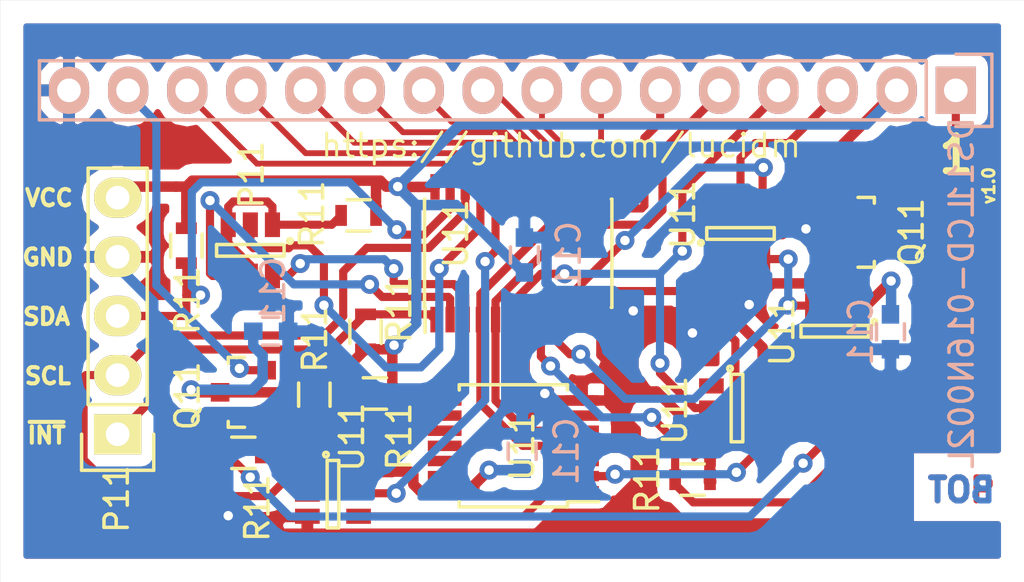
<source format=kicad_pcb>
(kicad_pcb (version 4) (host pcbnew "(2015-11-29 BZR 6336, Git 7b0d981)-product")

  (general
    (links 74)
    (no_connects 0)
    (area 35.574199 36.444199 80.454201 61.454201)
    (thickness 1.6)
    (drawings 16)
    (tracks 479)
    (zones 0)
    (modules 22)
    (nets 33)
  )

  (page A4)
  (title_block
    (title i2lcd)
    (date 2015-11-17)
    (rev 0.1)
    (company "Jarek Zok <jarekzok@gmail.com>")
    (comment 1 https://github.com/lucidm)
  )

  (layers
    (0 F.Cu signal)
    (31 B.Cu signal)
    (32 B.Adhes user)
    (33 F.Adhes user)
    (34 B.Paste user)
    (35 F.Paste user)
    (36 B.SilkS user)
    (37 F.SilkS user)
    (38 B.Mask user)
    (39 F.Mask user)
    (40 Dwgs.User user)
    (41 Cmts.User user)
    (42 Eco1.User user)
    (43 Eco2.User user)
    (44 Edge.Cuts user)
    (45 Margin user)
    (46 B.CrtYd user)
    (47 F.CrtYd user)
    (48 B.Fab user)
    (49 F.Fab user hide)
  )

  (setup
    (last_trace_width 0.35)
    (trace_clearance 0.2)
    (zone_clearance 0.508)
    (zone_45_only no)
    (trace_min 0.2)
    (segment_width 0.2)
    (edge_width 0.01)
    (via_size 0.8128)
    (via_drill 0.4064)
    (via_min_size 0.7112)
    (via_min_drill 0.4064)
    (uvia_size 0.3)
    (uvia_drill 0.1)
    (uvias_allowed no)
    (uvia_min_size 0)
    (uvia_min_drill 0)
    (pcb_text_width 0.3)
    (pcb_text_size 1.5 1.5)
    (mod_edge_width 0.15)
    (mod_text_size 1 1)
    (mod_text_width 0.15)
    (pad_size 1.524 1.524)
    (pad_drill 0.762)
    (pad_to_mask_clearance 0.2)
    (aux_axis_origin 0 0)
    (grid_origin 212.4456 136.4488)
    (visible_elements FFFFFFFF)
    (pcbplotparams
      (layerselection 0x010f0_80000001)
      (usegerberextensions false)
      (excludeedgelayer true)
      (linewidth 0.100000)
      (plotframeref false)
      (viasonmask false)
      (mode 1)
      (useauxorigin false)
      (hpglpennumber 1)
      (hpglpenspeed 20)
      (hpglpendiameter 15)
      (hpglpenoverlay 2)
      (psnegative false)
      (psa4output false)
      (plotreference true)
      (plotvalue true)
      (plotinvisibletext false)
      (padsonsilk false)
      (subtractmaskfromsilk false)
      (outputformat 1)
      (mirror false)
      (drillshape 0)
      (scaleselection 1)
      (outputdirectory i2lcd-export/))
  )

  (net 0 "")
  (net 1 "Net-(DS1-Pad1)")
  (net 2 VCC)
  (net 3 VO)
  (net 4 R/~S)
  (net 5 R/~W)
  (net 6 E)
  (net 7 /D0)
  (net 8 /D1)
  (net 9 /D2)
  (net 10 /D3)
  (net 11 /D4)
  (net 12 /D5)
  (net 13 /D6)
  (net 14 D7)
  (net 15 LED+)
  (net 16 Vss)
  (net 17 SDA)
  (net 18 SCL)
  (net 19 ~INT)
  (net 20 "Net-(P2-Pad1)")
  (net 21 A0)
  (net 22 A1)
  (net 23 A2)
  (net 24 PWR)
  (net 25 "Net-(Q2-Pad1)")
  (net 26 BRHT)
  (net 27 IRS)
  (net 28 U/~D)
  (net 29 ~ACS)
  (net 30 ~BCS)
  (net 31 "Net-(U4-Pad4)")
  (net 32 "Net-(U5-Pad4)")

  (net_class Default "To jest domyślna klasa połączeń."
    (clearance 0.2)
    (trace_width 0.35)
    (via_dia 0.8128)
    (via_drill 0.4064)
    (uvia_dia 0.3)
    (uvia_drill 0.1)
    (add_net /D0)
    (add_net /D1)
    (add_net /D2)
    (add_net /D3)
    (add_net /D4)
    (add_net /D5)
    (add_net /D6)
    (add_net A0)
    (add_net A1)
    (add_net A2)
    (add_net BRHT)
    (add_net D7)
    (add_net E)
    (add_net IRS)
    (add_net LED+)
    (add_net "Net-(DS1-Pad1)")
    (add_net "Net-(P2-Pad1)")
    (add_net "Net-(Q2-Pad1)")
    (add_net "Net-(U4-Pad4)")
    (add_net "Net-(U5-Pad4)")
    (add_net PWR)
    (add_net R/~S)
    (add_net R/~W)
    (add_net SCL)
    (add_net SDA)
    (add_net U/~D)
    (add_net VO)
    (add_net ~ACS)
    (add_net ~BCS)
    (add_net ~INT)
  )

  (net_class Power ""
    (clearance 0.2)
    (trace_width 0.45)
    (via_dia 0.8128)
    (via_drill 0.4064)
    (uvia_dia 0.3)
    (uvia_drill 0.1)
    (add_net VCC)
    (add_net Vss)
  )

  (module Housings_SOT-23_SOT-143_TSOT-6:SOT-23-5 (layer F.Cu) (tedit 55360473) (tstamp 564B8F8C)
    (at 50.7492 57.6742)
    (descr "5-pin SOT23 package")
    (tags SOT-23-5)
    (path /5647A892)
    (attr smd)
    (fp_text reference U11 (at 0.8128 -2.4546 90) (layer F.SilkS)
      (effects (font (size 1 1) (thickness 0.15)))
    )
    (fp_text value 74AHC1G14 (at -0.05 2.35) (layer F.Fab)
      (effects (font (size 1 1) (thickness 0.15)))
    )
    (fp_line (start -1.8 -1.6) (end 1.8 -1.6) (layer F.CrtYd) (width 0.05))
    (fp_line (start 1.8 -1.6) (end 1.8 1.6) (layer F.CrtYd) (width 0.05))
    (fp_line (start 1.8 1.6) (end -1.8 1.6) (layer F.CrtYd) (width 0.05))
    (fp_line (start -1.8 1.6) (end -1.8 -1.6) (layer F.CrtYd) (width 0.05))
    (fp_circle (center -0.3 -1.7) (end -0.2 -1.7) (layer F.SilkS) (width 0.15))
    (fp_line (start 0.25 -1.45) (end -0.25 -1.45) (layer F.SilkS) (width 0.15))
    (fp_line (start 0.25 1.45) (end 0.25 -1.45) (layer F.SilkS) (width 0.15))
    (fp_line (start -0.25 1.45) (end 0.25 1.45) (layer F.SilkS) (width 0.15))
    (fp_line (start -0.25 -1.45) (end -0.25 1.45) (layer F.SilkS) (width 0.15))
    (pad 1 smd rect (at -1.1 -0.95) (size 1.06 0.65) (layers F.Cu F.Paste F.Mask))
    (pad 2 smd rect (at -1.1 0) (size 1.06 0.65) (layers F.Cu F.Paste F.Mask)
      (net 14 D7))
    (pad 3 smd rect (at -1.1 0.95) (size 1.06 0.65) (layers F.Cu F.Paste F.Mask)
      (net 16 Vss))
    (pad 4 smd rect (at 1.1 0.95) (size 1.06 0.65) (layers F.Cu F.Paste F.Mask)
      (net 32 "Net-(U5-Pad4)"))
    (pad 5 smd rect (at 1.1 -0.95) (size 1.06 0.65) (layers F.Cu F.Paste F.Mask)
      (net 2 VCC))
    (model Housings_SOT-23_SOT-143_TSOT-6.3dshapes/SOT-23-5.wrl
      (at (xyz 0 0 0))
      (scale (xyz 0.11 0.11 0.11))
      (rotate (xyz 0 0 90))
    )
    (model smd_trans/sot23-5.wrl
      (at (xyz 0 0 0))
      (scale (xyz 1 1 1))
      (rotate (xyz 0 0 90))
    )
  )

  (module Pin_Headers:Pin_Header_Straight_1x16 (layer B.Cu) (tedit 564BB08E) (tstamp 564B8E6F)
    (at 77.507274 40.324762 90)
    (descr "Through hole pin header")
    (tags "pin header")
    (path /5647021F)
    (fp_text reference DS11 (at -3.082 0.25 90) (layer B.SilkS)
      (effects (font (size 1 1) (thickness 0.15)) (justify mirror))
    )
    (fp_text value LCD-016N002L (at -10.448 0.25 90) (layer B.SilkS)
      (effects (font (size 1 1) (thickness 0.15)) (justify mirror))
    )
    (fp_line (start -1.75 1.75) (end -1.75 -39.85) (layer B.CrtYd) (width 0.05))
    (fp_line (start 1.75 1.75) (end 1.75 -39.85) (layer B.CrtYd) (width 0.05))
    (fp_line (start -1.75 1.75) (end 1.75 1.75) (layer B.CrtYd) (width 0.05))
    (fp_line (start -1.75 -39.85) (end 1.75 -39.85) (layer B.CrtYd) (width 0.05))
    (fp_line (start -1.27 -1.27) (end -1.27 -39.37) (layer B.SilkS) (width 0.15))
    (fp_line (start -1.27 -39.37) (end 1.27 -39.37) (layer B.SilkS) (width 0.15))
    (fp_line (start 1.27 -39.37) (end 1.27 -1.27) (layer B.SilkS) (width 0.15))
    (fp_line (start 1.55 1.55) (end 1.55 0) (layer B.SilkS) (width 0.15))
    (fp_line (start 1.27 -1.27) (end -1.27 -1.27) (layer B.SilkS) (width 0.15))
    (fp_line (start -1.55 0) (end -1.55 1.55) (layer B.SilkS) (width 0.15))
    (fp_line (start -1.55 1.55) (end 1.55 1.55) (layer B.SilkS) (width 0.15))
    (pad 1 thru_hole rect (at 0 0 90) (size 2.032 1.7272) (drill 1.016) (layers *.Cu *.Mask B.SilkS)
      (net 1 "Net-(DS1-Pad1)"))
    (pad 2 thru_hole oval (at 0 -2.54 90) (size 2.032 1.7272) (drill 1.016) (layers *.Cu *.Mask B.SilkS)
      (net 2 VCC))
    (pad 3 thru_hole oval (at 0 -5.08 90) (size 2.032 1.7272) (drill 1.016) (layers *.Cu *.Mask B.SilkS)
      (net 3 VO))
    (pad 4 thru_hole oval (at 0 -7.62 90) (size 2.032 1.7272) (drill 1.016) (layers *.Cu *.Mask B.SilkS)
      (net 4 R/~S))
    (pad 5 thru_hole oval (at 0 -10.16 90) (size 2.032 1.7272) (drill 1.016) (layers *.Cu *.Mask B.SilkS)
      (net 5 R/~W))
    (pad 6 thru_hole oval (at 0 -12.7 90) (size 2.032 1.7272) (drill 1.016) (layers *.Cu *.Mask B.SilkS)
      (net 6 E))
    (pad 7 thru_hole oval (at 0 -15.24 90) (size 2.032 1.7272) (drill 1.016) (layers *.Cu *.Mask B.SilkS)
      (net 7 /D0))
    (pad 8 thru_hole oval (at 0 -17.78 90) (size 2.032 1.7272) (drill 1.016) (layers *.Cu *.Mask B.SilkS)
      (net 8 /D1))
    (pad 9 thru_hole oval (at 0 -20.32 90) (size 2.032 1.7272) (drill 1.016) (layers *.Cu *.Mask B.SilkS)
      (net 9 /D2))
    (pad 10 thru_hole oval (at 0 -22.86 90) (size 2.032 1.7272) (drill 1.016) (layers *.Cu *.Mask B.SilkS)
      (net 10 /D3))
    (pad 11 thru_hole oval (at 0 -25.4 90) (size 2.032 1.7272) (drill 1.016) (layers *.Cu *.Mask B.SilkS)
      (net 11 /D4))
    (pad 12 thru_hole oval (at 0 -27.94 90) (size 2.032 1.7272) (drill 1.016) (layers *.Cu *.Mask B.SilkS)
      (net 12 /D5))
    (pad 13 thru_hole oval (at 0 -30.48 90) (size 2.032 1.7272) (drill 1.016) (layers *.Cu *.Mask B.SilkS)
      (net 13 /D6))
    (pad 14 thru_hole oval (at 0 -33.02 90) (size 2.032 1.7272) (drill 1.016) (layers *.Cu *.Mask B.SilkS)
      (net 14 D7))
    (pad 15 thru_hole oval (at 0 -35.56 90) (size 2.032 1.7272) (drill 1.016) (layers *.Cu *.Mask B.SilkS)
      (net 15 LED+))
    (pad 16 thru_hole oval (at 0 -38.1 90) (size 2.032 1.7272) (drill 1.016) (layers *.Cu *.Mask B.SilkS)
      (net 16 Vss))
    (model Pin_Headers.3dshapes/Pin_Header_Straight_1x16.wrl
      (at (xyz 0 -0.75 0))
      (scale (xyz 1 1 1))
      (rotate (xyz 0 0 90))
    )
  )

  (module SOT-23 (layer F.Cu) (tedit 553634F8) (tstamp 564B8ED7)
    (at 73.357274 46.424762 270)
    (descr "SOT-23, Standard")
    (tags SOT-23)
    (path /56472CB3)
    (attr smd)
    (fp_text reference Q11 (at 0 -2.25 270) (layer F.SilkS)
      (effects (font (size 1 1) (thickness 0.15)))
    )
    (fp_text value IRLML6244 (at 0 2.3 270) (layer F.Fab)
      (effects (font (size 1 1) (thickness 0.15)))
    )
    (fp_line (start -1.65 -1.6) (end 1.65 -1.6) (layer F.CrtYd) (width 0.05))
    (fp_line (start 1.65 -1.6) (end 1.65 1.6) (layer F.CrtYd) (width 0.05))
    (fp_line (start 1.65 1.6) (end -1.65 1.6) (layer F.CrtYd) (width 0.05))
    (fp_line (start -1.65 1.6) (end -1.65 -1.6) (layer F.CrtYd) (width 0.05))
    (fp_line (start 1.29916 -0.65024) (end 1.2509 -0.65024) (layer F.SilkS) (width 0.15))
    (fp_line (start -1.49982 0.0508) (end -1.49982 -0.65024) (layer F.SilkS) (width 0.15))
    (fp_line (start -1.49982 -0.65024) (end -1.2509 -0.65024) (layer F.SilkS) (width 0.15))
    (fp_line (start 1.29916 -0.65024) (end 1.49982 -0.65024) (layer F.SilkS) (width 0.15))
    (fp_line (start 1.49982 -0.65024) (end 1.49982 0.0508) (layer F.SilkS) (width 0.15))
    (pad 1 smd rect (at -0.95 1.00076 270) (size 0.8001 0.8001) (layers F.Cu F.Paste F.Mask)
      (net 24 PWR))
    (pad 2 smd rect (at 0.95 1.00076 270) (size 0.8001 0.8001) (layers F.Cu F.Paste F.Mask)
      (net 16 Vss))
    (pad 3 smd rect (at 0 -0.99822 270) (size 0.8001 0.8001) (layers F.Cu F.Paste F.Mask)
      (net 1 "Net-(DS1-Pad1)"))
    (model Housings_SOT-23_SOT-143_TSOT-6.3dshapes/SOT-23.wrl
      (at (xyz 0 0 0))
      (scale (xyz 1.2 1.2 1.2))
      (rotate (xyz 0 0 0))
    )
    (model SMD_Packages.3dshapes/AB2_SOT23-3.wrl
      (at (xyz 0 0 0))
      (scale (xyz 0.4 0.4 0.2))
      (rotate (xyz 0 0 0))
    )
  )

  (module SOT-23 (layer F.Cu) (tedit 553634F8) (tstamp 564B8EE7)
    (at 46.8992 53.2992 90)
    (descr "SOT-23, Standard")
    (tags SOT-23)
    (path /5649075D)
    (attr smd)
    (fp_text reference Q11 (at -0.15 -2.4 270) (layer F.SilkS)
      (effects (font (size 1 1) (thickness 0.15)))
    )
    (fp_text value BT2N2222 (at 0 2.3 90) (layer F.Fab)
      (effects (font (size 1 1) (thickness 0.15)))
    )
    (fp_line (start -1.65 -1.6) (end 1.65 -1.6) (layer F.CrtYd) (width 0.05))
    (fp_line (start 1.65 -1.6) (end 1.65 1.6) (layer F.CrtYd) (width 0.05))
    (fp_line (start 1.65 1.6) (end -1.65 1.6) (layer F.CrtYd) (width 0.05))
    (fp_line (start -1.65 1.6) (end -1.65 -1.6) (layer F.CrtYd) (width 0.05))
    (fp_line (start 1.29916 -0.65024) (end 1.2509 -0.65024) (layer F.SilkS) (width 0.15))
    (fp_line (start -1.49982 0.0508) (end -1.49982 -0.65024) (layer F.SilkS) (width 0.15))
    (fp_line (start -1.49982 -0.65024) (end -1.2509 -0.65024) (layer F.SilkS) (width 0.15))
    (fp_line (start 1.29916 -0.65024) (end 1.49982 -0.65024) (layer F.SilkS) (width 0.15))
    (fp_line (start 1.49982 -0.65024) (end 1.49982 0.0508) (layer F.SilkS) (width 0.15))
    (pad 1 smd rect (at -0.95 1.00076 90) (size 0.8001 0.8001) (layers F.Cu F.Paste F.Mask)
      (net 25 "Net-(Q2-Pad1)"))
    (pad 2 smd rect (at 0.95 1.00076 90) (size 0.8001 0.8001) (layers F.Cu F.Paste F.Mask)
      (net 15 LED+))
    (pad 3 smd rect (at 0 -0.99822 90) (size 0.8001 0.8001) (layers F.Cu F.Paste F.Mask)
      (net 2 VCC))
    (model Housings_SOT-23_SOT-143_TSOT-6.3dshapes/SOT-23.wrl
      (at (xyz 0 0 0))
      (scale (xyz 1 1 1))
      (rotate (xyz 0 0 0))
    )
    (model SMD_Packages.3dshapes/AB2_SOT23-3.wrl
      (at (xyz 0 0 0))
      (scale (xyz 0.4 0.4 0.2))
      (rotate (xyz 0 0 0))
    )
  )

  (module Resistors_SMD:R_0603 (layer F.Cu) (tedit 5415CC62) (tstamp 564B8EF3)
    (at 51.8492 45.6992 180)
    (descr "Resistor SMD 0603, reflow soldering, Vishay (see dcrcw.pdf)")
    (tags "resistor 0603")
    (path /5647935C)
    (attr smd)
    (fp_text reference R11 (at 2 0.05 270) (layer F.SilkS)
      (effects (font (size 1 1) (thickness 0.15)))
    )
    (fp_text value 47k (at 0 1.9 180) (layer F.Fab)
      (effects (font (size 1 1) (thickness 0.15)))
    )
    (fp_line (start -1.3 -0.8) (end 1.3 -0.8) (layer F.CrtYd) (width 0.05))
    (fp_line (start -1.3 0.8) (end 1.3 0.8) (layer F.CrtYd) (width 0.05))
    (fp_line (start -1.3 -0.8) (end -1.3 0.8) (layer F.CrtYd) (width 0.05))
    (fp_line (start 1.3 -0.8) (end 1.3 0.8) (layer F.CrtYd) (width 0.05))
    (fp_line (start 0.5 0.675) (end -0.5 0.675) (layer F.SilkS) (width 0.15))
    (fp_line (start -0.5 -0.675) (end 0.5 -0.675) (layer F.SilkS) (width 0.15))
    (pad 1 smd rect (at -0.75 0 180) (size 0.5 0.9) (layers F.Cu F.Paste F.Mask)
      (net 2 VCC))
    (pad 2 smd rect (at 0.75 0 180) (size 0.5 0.9) (layers F.Cu F.Paste F.Mask)
      (net 20 "Net-(P2-Pad1)"))
    (model Resistors_SMD.3dshapes/R_0603.wrl
      (at (xyz 0 0 0))
      (scale (xyz 1 1 1))
      (rotate (xyz 0 0 0))
    )
  )

  (module Resistors_SMD:R_0603 (layer F.Cu) (tedit 5415CC62) (tstamp 564B8EFF)
    (at 66.1992 57.0492)
    (descr "Resistor SMD 0603, reflow soldering, Vishay (see dcrcw.pdf)")
    (tags "resistor 0603")
    (path /56472EAB)
    (attr smd)
    (fp_text reference R11 (at -1.95 0 90) (layer F.SilkS)
      (effects (font (size 1 1) (thickness 0.15)))
    )
    (fp_text value 100k (at 0 1.9) (layer F.Fab)
      (effects (font (size 1 1) (thickness 0.15)))
    )
    (fp_line (start -1.3 -0.8) (end 1.3 -0.8) (layer F.CrtYd) (width 0.05))
    (fp_line (start -1.3 0.8) (end 1.3 0.8) (layer F.CrtYd) (width 0.05))
    (fp_line (start -1.3 -0.8) (end -1.3 0.8) (layer F.CrtYd) (width 0.05))
    (fp_line (start 1.3 -0.8) (end 1.3 0.8) (layer F.CrtYd) (width 0.05))
    (fp_line (start 0.5 0.675) (end -0.5 0.675) (layer F.SilkS) (width 0.15))
    (fp_line (start -0.5 -0.675) (end 0.5 -0.675) (layer F.SilkS) (width 0.15))
    (pad 1 smd rect (at -0.75 0) (size 0.5 0.9) (layers F.Cu F.Paste F.Mask)
      (net 24 PWR))
    (pad 2 smd rect (at 0.75 0) (size 0.5 0.9) (layers F.Cu F.Paste F.Mask)
      (net 16 Vss))
    (model Resistors_SMD.3dshapes/R_0603.wrl
      (at (xyz 0 0 0))
      (scale (xyz 1 1 1))
      (rotate (xyz 0 0 0))
    )
  )

  (module Resistors_SMD:R_0603 (layer F.Cu) (tedit 5415CC62) (tstamp 564B8F0B)
    (at 46.8992 55.8992 180)
    (descr "Resistor SMD 0603, reflow soldering, Vishay (see dcrcw.pdf)")
    (tags "resistor 0603")
    (path /56491745)
    (attr smd)
    (fp_text reference R11 (at -0.5988 -2.3684 270) (layer F.SilkS)
      (effects (font (size 1 1) (thickness 0.15)))
    )
    (fp_text value 4.7k (at 0 1.9 180) (layer F.Fab)
      (effects (font (size 1 1) (thickness 0.15)))
    )
    (fp_line (start -1.3 -0.8) (end 1.3 -0.8) (layer F.CrtYd) (width 0.05))
    (fp_line (start -1.3 0.8) (end 1.3 0.8) (layer F.CrtYd) (width 0.05))
    (fp_line (start -1.3 -0.8) (end -1.3 0.8) (layer F.CrtYd) (width 0.05))
    (fp_line (start 1.3 -0.8) (end 1.3 0.8) (layer F.CrtYd) (width 0.05))
    (fp_line (start 0.5 0.675) (end -0.5 0.675) (layer F.SilkS) (width 0.15))
    (fp_line (start -0.5 -0.675) (end 0.5 -0.675) (layer F.SilkS) (width 0.15))
    (pad 1 smd rect (at -0.75 0 180) (size 0.5 0.9) (layers F.Cu F.Paste F.Mask)
      (net 25 "Net-(Q2-Pad1)"))
    (pad 2 smd rect (at 0.75 0 180) (size 0.5 0.9) (layers F.Cu F.Paste F.Mask)
      (net 26 BRHT))
    (model Resistors_SMD.3dshapes/R_0603.wrl
      (at (xyz 0 0 0))
      (scale (xyz 1 1 1))
      (rotate (xyz 0 0 0))
    )
  )

  (module Resistors_SMD:R_0603 (layer F.Cu) (tedit 5415CC62) (tstamp 564B8F17)
    (at 49.9492 53.3992 90)
    (descr "Resistor SMD 0603, reflow soldering, Vishay (see dcrcw.pdf)")
    (tags "resistor 0603")
    (path /564741C2)
    (attr smd)
    (fp_text reference R11 (at 2.4 0.025 90) (layer F.SilkS)
      (effects (font (size 1 1) (thickness 0.15)))
    )
    (fp_text value 220k (at 0 1.9 90) (layer F.Fab)
      (effects (font (size 1 1) (thickness 0.15)))
    )
    (fp_line (start -1.3 -0.8) (end 1.3 -0.8) (layer F.CrtYd) (width 0.05))
    (fp_line (start -1.3 0.8) (end 1.3 0.8) (layer F.CrtYd) (width 0.05))
    (fp_line (start -1.3 -0.8) (end -1.3 0.8) (layer F.CrtYd) (width 0.05))
    (fp_line (start 1.3 -0.8) (end 1.3 0.8) (layer F.CrtYd) (width 0.05))
    (fp_line (start 0.5 0.675) (end -0.5 0.675) (layer F.SilkS) (width 0.15))
    (fp_line (start -0.5 -0.675) (end 0.5 -0.675) (layer F.SilkS) (width 0.15))
    (pad 1 smd rect (at -0.75 0 90) (size 0.5 0.9) (layers F.Cu F.Paste F.Mask)
      (net 25 "Net-(Q2-Pad1)"))
    (pad 2 smd rect (at 0.75 0 90) (size 0.5 0.9) (layers F.Cu F.Paste F.Mask)
      (net 2 VCC))
    (model Resistors_SMD.3dshapes/R_0603.wrl
      (at (xyz 0 0 0))
      (scale (xyz 1 1 1))
      (rotate (xyz 0 0 0))
    )
  )

  (module Resistors_SMD:R_0603 (layer F.Cu) (tedit 5415CC62) (tstamp 564B8F23)
    (at 52.1492 50.6992 90)
    (descr "Resistor SMD 0603, reflow soldering, Vishay (see dcrcw.pdf)")
    (tags "resistor 0603")
    (path /5648A766)
    (attr smd)
    (fp_text reference R11 (at 0.966 1.4448 90) (layer F.SilkS)
      (effects (font (size 1 1) (thickness 0.15)))
    )
    (fp_text value 4.7k (at 0 1.9 90) (layer F.Fab)
      (effects (font (size 1 1) (thickness 0.15)))
    )
    (fp_line (start -1.3 -0.8) (end 1.3 -0.8) (layer F.CrtYd) (width 0.05))
    (fp_line (start -1.3 0.8) (end 1.3 0.8) (layer F.CrtYd) (width 0.05))
    (fp_line (start -1.3 -0.8) (end -1.3 0.8) (layer F.CrtYd) (width 0.05))
    (fp_line (start 1.3 -0.8) (end 1.3 0.8) (layer F.CrtYd) (width 0.05))
    (fp_line (start 0.5 0.675) (end -0.5 0.675) (layer F.SilkS) (width 0.15))
    (fp_line (start -0.5 -0.675) (end 0.5 -0.675) (layer F.SilkS) (width 0.15))
    (pad 1 smd rect (at -0.75 0 90) (size 0.5 0.9) (layers F.Cu F.Paste F.Mask)
      (net 2 VCC))
    (pad 2 smd rect (at 0.75 0 90) (size 0.5 0.9) (layers F.Cu F.Paste F.Mask)
      (net 19 ~INT))
    (model Resistors_SMD.3dshapes/R_0603.wrl
      (at (xyz 0 0 0))
      (scale (xyz 1 1 1))
      (rotate (xyz 0 0 0))
    )
  )

  (module Housings_SSOP:TSSOP-24_4.4x7.8mm_Pitch0.65mm (layer F.Cu) (tedit 54130A77) (tstamp 564B8F4A)
    (at 58.707274 47.324762 90)
    (descr "TSSOP24: plastic thin shrink small outline package; 24 leads; body width 4.4 mm; (see NXP SSOP-TSSOP-VSO-REFLOW.pdf and sot355-1_po.pdf)")
    (tags "SSOP 0.65")
    (path /5646E6C4)
    (attr smd)
    (fp_text reference U11 (at 0.842762 -2.674874 90) (layer F.SilkS)
      (effects (font (size 1 1) (thickness 0.15)))
    )
    (fp_text value PCA9535 (at 0 4.95 90) (layer F.Fab)
      (effects (font (size 1 1) (thickness 0.15)))
    )
    (fp_line (start -3.65 -4.2) (end -3.65 4.2) (layer F.CrtYd) (width 0.05))
    (fp_line (start 3.65 -4.2) (end 3.65 4.2) (layer F.CrtYd) (width 0.05))
    (fp_line (start -3.65 -4.2) (end 3.65 -4.2) (layer F.CrtYd) (width 0.05))
    (fp_line (start -3.65 4.2) (end 3.65 4.2) (layer F.CrtYd) (width 0.05))
    (fp_line (start -2.325 -4.025) (end -2.325 -4) (layer F.SilkS) (width 0.15))
    (fp_line (start 2.325 -4.025) (end 2.325 -4) (layer F.SilkS) (width 0.15))
    (fp_line (start 2.325 4.025) (end 2.325 4) (layer F.SilkS) (width 0.15))
    (fp_line (start -2.325 4.025) (end -2.325 4) (layer F.SilkS) (width 0.15))
    (fp_line (start -2.325 -4.025) (end 2.325 -4.025) (layer F.SilkS) (width 0.15))
    (fp_line (start -2.325 4.025) (end 2.325 4.025) (layer F.SilkS) (width 0.15))
    (fp_line (start -2.325 -4) (end -3.4 -4) (layer F.SilkS) (width 0.15))
    (pad 1 smd rect (at -2.85 -3.575 90) (size 1.1 0.4) (layers F.Cu F.Paste F.Mask)
      (net 19 ~INT))
    (pad 2 smd rect (at -2.85 -2.925 90) (size 1.1 0.4) (layers F.Cu F.Paste F.Mask)
      (net 22 A1))
    (pad 3 smd rect (at -2.85 -2.275 90) (size 1.1 0.4) (layers F.Cu F.Paste F.Mask)
      (net 23 A2))
    (pad 4 smd rect (at -2.85 -1.625 90) (size 1.1 0.4) (layers F.Cu F.Paste F.Mask)
      (net 6 E))
    (pad 5 smd rect (at -2.85 -0.975 90) (size 1.1 0.4) (layers F.Cu F.Paste F.Mask)
      (net 5 R/~W))
    (pad 6 smd rect (at -2.85 -0.325 90) (size 1.1 0.4) (layers F.Cu F.Paste F.Mask)
      (net 4 R/~S))
    (pad 7 smd rect (at -2.85 0.325 90) (size 1.1 0.4) (layers F.Cu F.Paste F.Mask)
      (net 27 IRS))
    (pad 8 smd rect (at -2.85 0.975 90) (size 1.1 0.4) (layers F.Cu F.Paste F.Mask)
      (net 24 PWR))
    (pad 9 smd rect (at -2.85 1.625 90) (size 1.1 0.4) (layers F.Cu F.Paste F.Mask)
      (net 28 U/~D))
    (pad 10 smd rect (at -2.85 2.275 90) (size 1.1 0.4) (layers F.Cu F.Paste F.Mask)
      (net 29 ~ACS))
    (pad 11 smd rect (at -2.85 2.925 90) (size 1.1 0.4) (layers F.Cu F.Paste F.Mask)
      (net 30 ~BCS))
    (pad 12 smd rect (at -2.85 3.575 90) (size 1.1 0.4) (layers F.Cu F.Paste F.Mask)
      (net 16 Vss))
    (pad 13 smd rect (at 2.85 3.575 90) (size 1.1 0.4) (layers F.Cu F.Paste F.Mask)
      (net 7 /D0))
    (pad 14 smd rect (at 2.85 2.925 90) (size 1.1 0.4) (layers F.Cu F.Paste F.Mask)
      (net 8 /D1))
    (pad 15 smd rect (at 2.85 2.275 90) (size 1.1 0.4) (layers F.Cu F.Paste F.Mask)
      (net 9 /D2))
    (pad 16 smd rect (at 2.85 1.625 90) (size 1.1 0.4) (layers F.Cu F.Paste F.Mask)
      (net 10 /D3))
    (pad 17 smd rect (at 2.85 0.975 90) (size 1.1 0.4) (layers F.Cu F.Paste F.Mask)
      (net 11 /D4))
    (pad 18 smd rect (at 2.85 0.325 90) (size 1.1 0.4) (layers F.Cu F.Paste F.Mask)
      (net 12 /D5))
    (pad 19 smd rect (at 2.85 -0.325 90) (size 1.1 0.4) (layers F.Cu F.Paste F.Mask)
      (net 13 /D6))
    (pad 20 smd rect (at 2.85 -0.975 90) (size 1.1 0.4) (layers F.Cu F.Paste F.Mask)
      (net 14 D7))
    (pad 21 smd rect (at 2.85 -1.625 90) (size 1.1 0.4) (layers F.Cu F.Paste F.Mask)
      (net 21 A0))
    (pad 22 smd rect (at 2.85 -2.275 90) (size 1.1 0.4) (layers F.Cu F.Paste F.Mask)
      (net 18 SCL))
    (pad 23 smd rect (at 2.85 -2.925 90) (size 1.1 0.4) (layers F.Cu F.Paste F.Mask)
      (net 17 SDA))
    (pad 24 smd rect (at 2.85 -3.575 90) (size 1.1 0.4) (layers F.Cu F.Paste F.Mask)
      (net 2 VCC))
    (model Housings_SSOP.3dshapes/TSSOP-24_4.4x7.8mm_Pitch0.65mm.wrl
      (at (xyz 0 0 0))
      (scale (xyz 1 1 1))
      (rotate (xyz 0 0 0))
    )
  )

  (module SOT-23-6 (layer F.Cu) (tedit 53DE8DE3) (tstamp 564B8F59)
    (at 68.257274 46.474762 90)
    (descr "6-pin SOT-23 package")
    (tags SOT-23-6)
    (path /5646E9A4)
    (attr smd)
    (fp_text reference U11 (at 0.805562 -2.471274 90) (layer F.SilkS)
      (effects (font (size 1 1) (thickness 0.15)))
    )
    (fp_text value MCP4013T-503 (at 0 2.9 90) (layer F.Fab)
      (effects (font (size 1 1) (thickness 0.15)))
    )
    (fp_circle (center -0.4 -1.7) (end -0.3 -1.7) (layer F.SilkS) (width 0.15))
    (fp_line (start 0.25 -1.45) (end -0.25 -1.45) (layer F.SilkS) (width 0.15))
    (fp_line (start 0.25 1.45) (end 0.25 -1.45) (layer F.SilkS) (width 0.15))
    (fp_line (start -0.25 1.45) (end 0.25 1.45) (layer F.SilkS) (width 0.15))
    (fp_line (start -0.25 -1.45) (end -0.25 1.45) (layer F.SilkS) (width 0.15))
    (pad 1 smd rect (at -1.1 -0.95 90) (size 1.06 0.65) (layers F.Cu F.Paste F.Mask)
      (net 2 VCC))
    (pad 2 smd rect (at -1.1 0 90) (size 1.06 0.65) (layers F.Cu F.Paste F.Mask)
      (net 16 Vss))
    (pad 3 smd rect (at -1.1 0.95 90) (size 1.06 0.65) (layers F.Cu F.Paste F.Mask)
      (net 28 U/~D))
    (pad 4 smd rect (at 1.1 0.95 90) (size 1.06 0.65) (layers F.Cu F.Paste F.Mask)
      (net 29 ~ACS))
    (pad 6 smd rect (at 1.1 -0.95 90) (size 1.06 0.65) (layers F.Cu F.Paste F.Mask)
      (net 2 VCC))
    (pad 5 smd rect (at 1.1 0 90) (size 1.06 0.65) (layers F.Cu F.Paste F.Mask)
      (net 3 VO))
    (model Housings_SOT-23_SOT-143_TSOT-6.3dshapes/SOT-23-6.wrl
      (at (xyz 0 0 0))
      (scale (xyz 1 1 1))
      (rotate (xyz 0 0 0))
    )
    (model SMD_Packages.3dshapes/AB2_SOT23-6.wrl
      (at (xyz 0 0 0))
      (scale (xyz 0.4 0.4 0.2))
      (rotate (xyz 0 0 90))
    )
  )

  (module Housings_SOT-23_SOT-143_TSOT-6:SOT-23-6 (layer F.Cu) (tedit 53DE8DE3) (tstamp 564B8F68)
    (at 72.307274 50.674762 270)
    (descr "6-pin SOT-23 package")
    (tags SOT-23-6)
    (path /5646EA59)
    (attr smd)
    (fp_text reference U11 (at 0.024438 2.258074 270) (layer F.SilkS)
      (effects (font (size 1 1) (thickness 0.15)))
    )
    (fp_text value MCP4013T-503 (at 0 2.9 270) (layer F.Fab)
      (effects (font (size 1 1) (thickness 0.15)))
    )
    (fp_circle (center -0.4 -1.7) (end -0.3 -1.7) (layer F.SilkS) (width 0.15))
    (fp_line (start 0.25 -1.45) (end -0.25 -1.45) (layer F.SilkS) (width 0.15))
    (fp_line (start 0.25 1.45) (end 0.25 -1.45) (layer F.SilkS) (width 0.15))
    (fp_line (start -0.25 1.45) (end 0.25 1.45) (layer F.SilkS) (width 0.15))
    (fp_line (start -0.25 -1.45) (end -0.25 1.45) (layer F.SilkS) (width 0.15))
    (pad 1 smd rect (at -1.1 -0.95 270) (size 1.06 0.65) (layers F.Cu F.Paste F.Mask)
      (net 2 VCC))
    (pad 2 smd rect (at -1.1 0 270) (size 1.06 0.65) (layers F.Cu F.Paste F.Mask)
      (net 16 Vss))
    (pad 3 smd rect (at -1.1 0.95 270) (size 1.06 0.65) (layers F.Cu F.Paste F.Mask)
      (net 28 U/~D))
    (pad 4 smd rect (at 1.1 0.95 270) (size 1.06 0.65) (layers F.Cu F.Paste F.Mask)
      (net 30 ~BCS))
    (pad 6 smd rect (at 1.1 -0.95 270) (size 1.06 0.65) (layers F.Cu F.Paste F.Mask)
      (net 2 VCC))
    (pad 5 smd rect (at 1.1 0 270) (size 1.06 0.65) (layers F.Cu F.Paste F.Mask)
      (net 26 BRHT))
    (model Housings_SOT-23_SOT-143_TSOT-6.3dshapes/SOT-23-6.wrl
      (at (xyz 0 0 0))
      (scale (xyz 1 1 1))
      (rotate (xyz 0 0 0))
    )
    (model SMD_Packages.3dshapes/AB2_SOT23-6.wrl
      (at (xyz 0 0 0))
      (scale (xyz 0.4 0.4 0.2))
      (rotate (xyz 0 0 90))
    )
  )

  (module Housings_SOT-23_SOT-143_TSOT-6:SOT-23-5 (layer F.Cu) (tedit 55360473) (tstamp 564B8F7A)
    (at 68.107274 53.974762)
    (descr "5-pin SOT23 package")
    (tags SOT-23-5)
    (path /5647A7BB)
    (attr smd)
    (fp_text reference U11 (at -2.669 0.1 90) (layer F.SilkS)
      (effects (font (size 1 1) (thickness 0.15)))
    )
    (fp_text value 74AHC1G14 (at -0.05 2.35) (layer F.Fab)
      (effects (font (size 1 1) (thickness 0.15)))
    )
    (fp_line (start -1.8 -1.6) (end 1.8 -1.6) (layer F.CrtYd) (width 0.05))
    (fp_line (start 1.8 -1.6) (end 1.8 1.6) (layer F.CrtYd) (width 0.05))
    (fp_line (start 1.8 1.6) (end -1.8 1.6) (layer F.CrtYd) (width 0.05))
    (fp_line (start -1.8 1.6) (end -1.8 -1.6) (layer F.CrtYd) (width 0.05))
    (fp_circle (center -0.3 -1.7) (end -0.2 -1.7) (layer F.SilkS) (width 0.15))
    (fp_line (start 0.25 -1.45) (end -0.25 -1.45) (layer F.SilkS) (width 0.15))
    (fp_line (start 0.25 1.45) (end 0.25 -1.45) (layer F.SilkS) (width 0.15))
    (fp_line (start -0.25 1.45) (end 0.25 1.45) (layer F.SilkS) (width 0.15))
    (fp_line (start -0.25 -1.45) (end -0.25 1.45) (layer F.SilkS) (width 0.15))
    (pad 1 smd rect (at -1.1 -0.95) (size 1.06 0.65) (layers F.Cu F.Paste F.Mask))
    (pad 2 smd rect (at -1.1 0) (size 1.06 0.65) (layers F.Cu F.Paste F.Mask)
      (net 4 R/~S))
    (pad 3 smd rect (at -1.1 0.95) (size 1.06 0.65) (layers F.Cu F.Paste F.Mask)
      (net 16 Vss))
    (pad 4 smd rect (at 1.1 0.95) (size 1.06 0.65) (layers F.Cu F.Paste F.Mask)
      (net 31 "Net-(U4-Pad4)"))
    (pad 5 smd rect (at 1.1 -0.95) (size 1.06 0.65) (layers F.Cu F.Paste F.Mask)
      (net 2 VCC))
    (model Housings_SOT-23_SOT-143_TSOT-6.3dshapes/SOT-23-5.wrl
      (at (xyz 0 0 0))
      (scale (xyz 0.11 0.11 0.11))
      (rotate (xyz 0 0 90))
    )
    (model smd_trans/sot23-5.wrl
      (at (xyz 0 0 0))
      (scale (xyz 1 1 1))
      (rotate (xyz 0 0 90))
    )
  )

  (module Housings_SSOP:TSSOP-14_4.4x5mm_Pitch0.65mm (layer F.Cu) (tedit 54130A77) (tstamp 564B8FA9)
    (at 58.4992 55.5992 180)
    (descr "14-Lead Plastic Thin Shrink Small Outline (ST)-4.4 mm Body [TSSOP] (see Microchip Packaging Specification 00000049BS.pdf)")
    (tags "SSOP 0.65")
    (path /5647A503)
    (attr smd)
    (fp_text reference U11 (at -0.378 -0.0268 270) (layer F.SilkS)
      (effects (font (size 1 1) (thickness 0.15)))
    )
    (fp_text value 74LS21 (at 0 3.55 180) (layer F.Fab)
      (effects (font (size 1 1) (thickness 0.15)))
    )
    (fp_line (start -3.95 -2.8) (end -3.95 2.8) (layer F.CrtYd) (width 0.05))
    (fp_line (start 3.95 -2.8) (end 3.95 2.8) (layer F.CrtYd) (width 0.05))
    (fp_line (start -3.95 -2.8) (end 3.95 -2.8) (layer F.CrtYd) (width 0.05))
    (fp_line (start -3.95 2.8) (end 3.95 2.8) (layer F.CrtYd) (width 0.05))
    (fp_line (start -2.325 -2.625) (end -2.325 -2.4) (layer F.SilkS) (width 0.15))
    (fp_line (start 2.325 -2.625) (end 2.325 -2.4) (layer F.SilkS) (width 0.15))
    (fp_line (start 2.325 2.625) (end 2.325 2.4) (layer F.SilkS) (width 0.15))
    (fp_line (start -2.325 2.625) (end -2.325 2.4) (layer F.SilkS) (width 0.15))
    (fp_line (start -2.325 -2.625) (end 2.325 -2.625) (layer F.SilkS) (width 0.15))
    (fp_line (start -2.325 2.625) (end 2.325 2.625) (layer F.SilkS) (width 0.15))
    (fp_line (start -2.325 -2.4) (end -3.675 -2.4) (layer F.SilkS) (width 0.15))
    (pad 1 smd rect (at -2.95 -1.95 180) (size 1.45 0.45) (layers F.Cu F.Paste F.Mask)
      (net 32 "Net-(U5-Pad4)"))
    (pad 2 smd rect (at -2.95 -1.3 180) (size 1.45 0.45) (layers F.Cu F.Paste F.Mask)
      (net 31 "Net-(U4-Pad4)"))
    (pad 3 smd rect (at -2.95 -0.65 180) (size 1.45 0.45) (layers F.Cu F.Paste F.Mask))
    (pad 4 smd rect (at -2.95 0 180) (size 1.45 0.45) (layers F.Cu F.Paste F.Mask)
      (net 6 E))
    (pad 5 smd rect (at -2.95 0.65 180) (size 1.45 0.45) (layers F.Cu F.Paste F.Mask)
      (net 5 R/~W))
    (pad 6 smd rect (at -2.95 1.3 180) (size 1.45 0.45) (layers F.Cu F.Paste F.Mask)
      (net 27 IRS))
    (pad 7 smd rect (at -2.95 1.95 180) (size 1.45 0.45) (layers F.Cu F.Paste F.Mask)
      (net 16 Vss))
    (pad 8 smd rect (at 2.95 1.95 180) (size 1.45 0.45) (layers F.Cu F.Paste F.Mask))
    (pad 9 smd rect (at 2.95 1.3 180) (size 1.45 0.45) (layers F.Cu F.Paste F.Mask))
    (pad 10 smd rect (at 2.95 0.65 180) (size 1.45 0.45) (layers F.Cu F.Paste F.Mask))
    (pad 11 smd rect (at 2.95 0 180) (size 1.45 0.45) (layers F.Cu F.Paste F.Mask))
    (pad 12 smd rect (at 2.95 -0.65 180) (size 1.45 0.45) (layers F.Cu F.Paste F.Mask))
    (pad 13 smd rect (at 2.95 -1.3 180) (size 1.45 0.45) (layers F.Cu F.Paste F.Mask))
    (pad 14 smd rect (at 2.95 -1.95 180) (size 1.45 0.45) (layers F.Cu F.Paste F.Mask)
      (net 2 VCC))
    (model Housings_SSOP.3dshapes/TSSOP-14_4.4x5mm_Pitch0.65mm.wrl
      (at (xyz 0 0 0))
      (scale (xyz 1 1 1))
      (rotate (xyz 0 0 0))
    )
  )

  (module Resistors_SMD:R_0603 (layer F.Cu) (tedit 5415CC62) (tstamp 564B9070)
    (at 44.4492 46.9992 90)
    (descr "Resistor SMD 0603, reflow soldering, Vishay (see dcrcw.pdf)")
    (tags "resistor 0603")
    (path /564B930C)
    (attr smd)
    (fp_text reference R11 (at -2.35 0.05 270) (layer F.SilkS)
      (effects (font (size 1 1) (thickness 0.15)))
    )
    (fp_text value 4.7k (at 0 1.9 90) (layer F.Fab)
      (effects (font (size 1 1) (thickness 0.15)))
    )
    (fp_line (start -1.3 -0.8) (end 1.3 -0.8) (layer F.CrtYd) (width 0.05))
    (fp_line (start -1.3 0.8) (end 1.3 0.8) (layer F.CrtYd) (width 0.05))
    (fp_line (start -1.3 -0.8) (end -1.3 0.8) (layer F.CrtYd) (width 0.05))
    (fp_line (start 1.3 -0.8) (end 1.3 0.8) (layer F.CrtYd) (width 0.05))
    (fp_line (start 0.5 0.675) (end -0.5 0.675) (layer F.SilkS) (width 0.15))
    (fp_line (start -0.5 -0.675) (end 0.5 -0.675) (layer F.SilkS) (width 0.15))
    (pad 1 smd rect (at -0.75 0 90) (size 0.5 0.9) (layers F.Cu F.Paste F.Mask)
      (net 17 SDA))
    (pad 2 smd rect (at 0.75 0 90) (size 0.5 0.9) (layers F.Cu F.Paste F.Mask)
      (net 2 VCC))
    (model Resistors_SMD.3dshapes/R_0603.wrl
      (at (xyz 0 0 0))
      (scale (xyz 1 1 1))
      (rotate (xyz 0 0 0))
    )
  )

  (module Resistors_SMD:R_0603 (layer F.Cu) (tedit 5415CC62) (tstamp 564B907C)
    (at 52.5492 53.3492)
    (descr "Resistor SMD 0603, reflow soldering, Vishay (see dcrcw.pdf)")
    (tags "resistor 0603")
    (path /564B9379)
    (attr smd)
    (fp_text reference R11 (at 1.0448 1.85 90) (layer F.SilkS)
      (effects (font (size 1 1) (thickness 0.15)))
    )
    (fp_text value 4.7k (at 0 1.9) (layer F.Fab)
      (effects (font (size 1 1) (thickness 0.15)))
    )
    (fp_line (start -1.3 -0.8) (end 1.3 -0.8) (layer F.CrtYd) (width 0.05))
    (fp_line (start -1.3 0.8) (end 1.3 0.8) (layer F.CrtYd) (width 0.05))
    (fp_line (start -1.3 -0.8) (end -1.3 0.8) (layer F.CrtYd) (width 0.05))
    (fp_line (start 1.3 -0.8) (end 1.3 0.8) (layer F.CrtYd) (width 0.05))
    (fp_line (start 0.5 0.675) (end -0.5 0.675) (layer F.SilkS) (width 0.15))
    (fp_line (start -0.5 -0.675) (end 0.5 -0.675) (layer F.SilkS) (width 0.15))
    (pad 1 smd rect (at -0.75 0) (size 0.5 0.9) (layers F.Cu F.Paste F.Mask)
      (net 18 SCL))
    (pad 2 smd rect (at 0.75 0) (size 0.5 0.9) (layers F.Cu F.Paste F.Mask)
      (net 2 VCC))
    (model Resistors_SMD.3dshapes/R_0603.wrl
      (at (xyz 0 0 0))
      (scale (xyz 1 1 1))
      (rotate (xyz 0 0 0))
    )
  )

  (module Pin_Headers:Pin_Header_Straight_1x05 (layer F.Cu) (tedit 54EA0684) (tstamp 564B8EB0)
    (at 41.4992 55.0992 180)
    (descr "Through hole pin header")
    (tags "pin header")
    (path /5646FD2F)
    (fp_text reference P11 (at 0.042 -2.786 270) (layer F.SilkS)
      (effects (font (size 1 1) (thickness 0.15)))
    )
    (fp_text value CONN_01X05 (at 0 -3.1 180) (layer F.Fab)
      (effects (font (size 1 1) (thickness 0.15)))
    )
    (fp_line (start -1.55 0) (end -1.55 -1.55) (layer F.SilkS) (width 0.15))
    (fp_line (start -1.55 -1.55) (end 1.55 -1.55) (layer F.SilkS) (width 0.15))
    (fp_line (start 1.55 -1.55) (end 1.55 0) (layer F.SilkS) (width 0.15))
    (fp_line (start -1.75 -1.75) (end -1.75 11.95) (layer F.CrtYd) (width 0.05))
    (fp_line (start 1.75 -1.75) (end 1.75 11.95) (layer F.CrtYd) (width 0.05))
    (fp_line (start -1.75 -1.75) (end 1.75 -1.75) (layer F.CrtYd) (width 0.05))
    (fp_line (start -1.75 11.95) (end 1.75 11.95) (layer F.CrtYd) (width 0.05))
    (fp_line (start 1.27 1.27) (end 1.27 11.43) (layer F.SilkS) (width 0.15))
    (fp_line (start 1.27 11.43) (end -1.27 11.43) (layer F.SilkS) (width 0.15))
    (fp_line (start -1.27 11.43) (end -1.27 1.27) (layer F.SilkS) (width 0.15))
    (fp_line (start 1.27 1.27) (end -1.27 1.27) (layer F.SilkS) (width 0.15))
    (pad 1 thru_hole rect (at 0 0 180) (size 2.032 1.7272) (drill 1.016) (layers *.Cu *.Mask F.SilkS)
      (net 19 ~INT))
    (pad 2 thru_hole oval (at 0 2.54 180) (size 2.032 1.7272) (drill 1.016) (layers *.Cu *.Mask F.SilkS)
      (net 18 SCL))
    (pad 3 thru_hole oval (at 0 5.08 180) (size 2.032 1.7272) (drill 1.016) (layers *.Cu *.Mask F.SilkS)
      (net 17 SDA))
    (pad 4 thru_hole oval (at 0 7.62 180) (size 2.032 1.7272) (drill 1.016) (layers *.Cu *.Mask F.SilkS)
      (net 16 Vss))
    (pad 5 thru_hole oval (at 0 10.16 180) (size 2.032 1.7272) (drill 1.016) (layers *.Cu *.Mask F.SilkS)
      (net 2 VCC))
    (model Pin_Headers.3dshapes/Pin_Header_Straight_1x05.wrl
      (at (xyz 0 -0.2 0))
      (scale (xyz 1 1 1))
      (rotate (xyz 0 0 90))
    )
  )

  (module Housings_SOT-23_SOT-143_TSOT-6:SOT-23-6 (layer F.Cu) (tedit 53DE8DE3) (tstamp 564B8EC7)
    (at 47.1992 47.1992 270)
    (descr "6-pin SOT-23 package")
    (tags SOT-23-6)
    (path /5648F804)
    (attr smd)
    (fp_text reference P11 (at -3.25 -0.05 270) (layer F.SilkS)
      (effects (font (size 1 1) (thickness 0.15)))
    )
    (fp_text value CONN_02X03 (at 0 2.9 270) (layer F.Fab)
      (effects (font (size 1 1) (thickness 0.15)))
    )
    (fp_circle (center -0.4 -1.7) (end -0.3 -1.7) (layer F.SilkS) (width 0.15))
    (fp_line (start 0.25 -1.45) (end -0.25 -1.45) (layer F.SilkS) (width 0.15))
    (fp_line (start 0.25 1.45) (end 0.25 -1.45) (layer F.SilkS) (width 0.15))
    (fp_line (start -0.25 1.45) (end 0.25 1.45) (layer F.SilkS) (width 0.15))
    (fp_line (start -0.25 -1.45) (end -0.25 1.45) (layer F.SilkS) (width 0.15))
    (pad 1 smd rect (at -1.1 -0.95 270) (size 1.06 0.65) (layers F.Cu F.Paste F.Mask)
      (net 20 "Net-(P2-Pad1)"))
    (pad 2 smd rect (at -1.1 0 270) (size 1.06 0.65) (layers F.Cu F.Paste F.Mask)
      (net 21 A0))
    (pad 3 smd rect (at -1.1 0.95 270) (size 1.06 0.65) (layers F.Cu F.Paste F.Mask)
      (net 20 "Net-(P2-Pad1)"))
    (pad 4 smd rect (at 1.1 0.95 270) (size 1.06 0.65) (layers F.Cu F.Paste F.Mask)
      (net 22 A1))
    (pad 6 smd rect (at 1.1 -0.95 270) (size 1.06 0.65) (layers F.Cu F.Paste F.Mask)
      (net 23 A2))
    (pad 5 smd rect (at 1.1 0 270) (size 1.06 0.65) (layers F.Cu F.Paste F.Mask)
      (net 20 "Net-(P2-Pad1)"))
    (model Housings_SOT-23_SOT-143_TSOT-6.3dshapes/SOT-23-6.wrl
      (at (xyz 0 0 0))
      (scale (xyz 1 1 1))
      (rotate (xyz 0 0 0))
    )
  )

  (module Capacitors_SMD:C_0603 (layer B.Cu) (tedit 5415D631) (tstamp 56509A9F)
    (at 58.9742 47.3992 90)
    (descr "Capacitor SMD 0603, reflow soldering, AVX (see smccp.pdf)")
    (tags "capacitor 0603")
    (path /5650A58A)
    (attr smd)
    (fp_text reference C11 (at 0 1.9 90) (layer B.SilkS)
      (effects (font (size 1 1) (thickness 0.15)) (justify mirror))
    )
    (fp_text value 100n (at 0 -1.9 90) (layer B.Fab)
      (effects (font (size 1 1) (thickness 0.15)) (justify mirror))
    )
    (fp_line (start -1.45 0.75) (end 1.45 0.75) (layer B.CrtYd) (width 0.05))
    (fp_line (start -1.45 -0.75) (end 1.45 -0.75) (layer B.CrtYd) (width 0.05))
    (fp_line (start -1.45 0.75) (end -1.45 -0.75) (layer B.CrtYd) (width 0.05))
    (fp_line (start 1.45 0.75) (end 1.45 -0.75) (layer B.CrtYd) (width 0.05))
    (fp_line (start -0.35 0.6) (end 0.35 0.6) (layer B.SilkS) (width 0.15))
    (fp_line (start 0.35 -0.6) (end -0.35 -0.6) (layer B.SilkS) (width 0.15))
    (pad 1 smd rect (at -0.75 0 90) (size 0.8 0.75) (layers B.Cu B.Paste B.Mask)
      (net 2 VCC))
    (pad 2 smd rect (at 0.75 0 90) (size 0.8 0.75) (layers B.Cu B.Paste B.Mask)
      (net 16 Vss))
    (model Capacitors_SMD.3dshapes/C_0603.wrl
      (at (xyz 0 0 0))
      (scale (xyz 1 1 1))
      (rotate (xyz 0 0 0))
    )
  )

  (module Capacitors_SMD:C_0603 (layer B.Cu) (tedit 5415D631) (tstamp 56509AAB)
    (at 58.8772 55.8292 90)
    (descr "Capacitor SMD 0603, reflow soldering, AVX (see smccp.pdf)")
    (tags "capacitor 0603")
    (path /5650A521)
    (attr smd)
    (fp_text reference C11 (at 0 1.9 90) (layer B.SilkS)
      (effects (font (size 1 1) (thickness 0.15)) (justify mirror))
    )
    (fp_text value 100n (at 0 -1.9 90) (layer B.Fab)
      (effects (font (size 1 1) (thickness 0.15)) (justify mirror))
    )
    (fp_line (start -1.45 0.75) (end 1.45 0.75) (layer B.CrtYd) (width 0.05))
    (fp_line (start -1.45 -0.75) (end 1.45 -0.75) (layer B.CrtYd) (width 0.05))
    (fp_line (start -1.45 0.75) (end -1.45 -0.75) (layer B.CrtYd) (width 0.05))
    (fp_line (start 1.45 0.75) (end 1.45 -0.75) (layer B.CrtYd) (width 0.05))
    (fp_line (start -0.35 0.6) (end 0.35 0.6) (layer B.SilkS) (width 0.15))
    (fp_line (start 0.35 -0.6) (end -0.35 -0.6) (layer B.SilkS) (width 0.15))
    (pad 1 smd rect (at -0.75 0 90) (size 0.8 0.75) (layers B.Cu B.Paste B.Mask)
      (net 2 VCC))
    (pad 2 smd rect (at 0.75 0 90) (size 0.8 0.75) (layers B.Cu B.Paste B.Mask)
      (net 16 Vss))
    (model Capacitors_SMD.3dshapes/C_0603.wrl
      (at (xyz 0 0 0))
      (scale (xyz 1 1 1))
      (rotate (xyz 0 0 0))
    )
  )

  (module Capacitors_SMD:C_0603 (layer B.Cu) (tedit 565458AC) (tstamp 56509AB7)
    (at 48.0742 50.6742)
    (descr "Capacitor SMD 0603, reflow soldering, AVX (see smccp.pdf)")
    (tags "capacitor 0603")
    (path /56509A60)
    (attr smd)
    (fp_text reference C11 (at 0.1 -1.75 270) (layer B.SilkS)
      (effects (font (size 1 1) (thickness 0.15)) (justify mirror))
    )
    (fp_text value 100n (at 0 -1.9) (layer B.Fab) hide
      (effects (font (size 1 1) (thickness 0.15)) (justify mirror))
    )
    (fp_line (start -1.45 0.75) (end 1.45 0.75) (layer B.CrtYd) (width 0.05))
    (fp_line (start -1.45 -0.75) (end 1.45 -0.75) (layer B.CrtYd) (width 0.05))
    (fp_line (start -1.45 0.75) (end -1.45 -0.75) (layer B.CrtYd) (width 0.05))
    (fp_line (start 1.45 0.75) (end 1.45 -0.75) (layer B.CrtYd) (width 0.05))
    (fp_line (start -0.35 0.6) (end 0.35 0.6) (layer B.SilkS) (width 0.15))
    (fp_line (start 0.35 -0.6) (end -0.35 -0.6) (layer B.SilkS) (width 0.15))
    (pad 1 smd rect (at -0.75 0) (size 0.8 0.75) (layers B.Cu B.Paste B.Mask)
      (net 2 VCC))
    (pad 2 smd rect (at 0.75 0) (size 0.8 0.75) (layers B.Cu B.Paste B.Mask)
      (net 16 Vss))
    (model Capacitors_SMD.3dshapes/C_0603.wrl
      (at (xyz 0 0 0))
      (scale (xyz 1 1 1))
      (rotate (xyz 0 0 0))
    )
  )

  (module Capacitors_SMD:C_0603 (layer B.Cu) (tedit 5415D631) (tstamp 56509AC3)
    (at 74.6992 50.6992 270)
    (descr "Capacitor SMD 0603, reflow soldering, AVX (see smccp.pdf)")
    (tags "capacitor 0603")
    (path /5650A4C7)
    (attr smd)
    (fp_text reference C11 (at 0 1.275 270) (layer B.SilkS)
      (effects (font (size 1 1) (thickness 0.15)) (justify mirror))
    )
    (fp_text value 100n (at 0 -1.9 270) (layer B.Fab)
      (effects (font (size 1 1) (thickness 0.15)) (justify mirror))
    )
    (fp_line (start -1.45 0.75) (end 1.45 0.75) (layer B.CrtYd) (width 0.05))
    (fp_line (start -1.45 -0.75) (end 1.45 -0.75) (layer B.CrtYd) (width 0.05))
    (fp_line (start -1.45 0.75) (end -1.45 -0.75) (layer B.CrtYd) (width 0.05))
    (fp_line (start 1.45 0.75) (end 1.45 -0.75) (layer B.CrtYd) (width 0.05))
    (fp_line (start -0.35 0.6) (end 0.35 0.6) (layer B.SilkS) (width 0.15))
    (fp_line (start 0.35 -0.6) (end -0.35 -0.6) (layer B.SilkS) (width 0.15))
    (pad 1 smd rect (at -0.75 0 270) (size 0.8 0.75) (layers B.Cu B.Paste B.Mask)
      (net 2 VCC))
    (pad 2 smd rect (at 0.75 0 270) (size 0.8 0.75) (layers B.Cu B.Paste B.Mask)
      (net 16 Vss))
    (model Capacitors_SMD.3dshapes/C_0603.wrl
      (at (xyz 0 0 0))
      (scale (xyz 1 1 1))
      (rotate (xyz 0 0 0))
    )
  )

  (gr_line (start 80.4492 61.4492) (end 36.4492 61.4492) (layer Edge.Cuts) (width 0.01) (tstamp 5669149A))
  (gr_line (start 80.4492 61.4492) (end 80.4492 36.4492) (layer Edge.Cuts) (width 0.01) (tstamp 56691488))
  (gr_line (start 36.4492 61.4492) (end 80.4492 61.4492) (layer Edge.Cuts) (width 0.01))
  (gr_line (start 80.4492 36.4492) (end 36.4492 36.4492) (layer Edge.Cuts) (width 0.01))
  (gr_line (start 80.4492 61.4492) (end 80.4492 36.4492) (layer Edge.Cuts) (width 0.01) (tstamp 565520B2))
  (gr_line (start 36.4492 61.4492) (end 36.4492 36.4492) (layer Edge.Cuts) (width 0.01))
  (gr_text 1 (at 77.5242 43.0992) (layer F.SilkS)
    (effects (font (size 1.5 1.5) (thickness 0.3)))
  )
  (gr_text BOT (at 77.7492 57.4992) (layer B.Cu)
    (effects (font (size 1 1) (thickness 0.25)) (justify mirror))
  )
  (gr_text TOP (at 77.7492 57.4992) (layer F.Cu)
    (effects (font (size 1 1) (thickness 0.25)))
  )
  (gr_text v1.0 (at 78.9252 44.4232 90) (layer F.SilkS)
    (effects (font (size 0.5 0.5) (thickness 0.125)))
  )
  (gr_text https://github.com/lucidm (at 60.5492 42.6992) (layer F.SilkS)
    (effects (font (size 1 1) (thickness 0.125)))
  )
  (gr_text ~INT (at 38.4456 55.1488) (layer F.SilkS)
    (effects (font (size 0.7 0.7) (thickness 0.175)))
  )
  (gr_text SDA (at 38.4456 50.0488) (layer F.SilkS)
    (effects (font (size 0.7 0.7) (thickness 0.175)))
  )
  (gr_text SCL (at 38.4992 52.5992) (layer F.SilkS)
    (effects (font (size 0.7 0.7) (thickness 0.175)))
  )
  (gr_text VCC (at 38.5492 44.9492) (layer F.SilkS)
    (effects (font (size 0.7 0.7) (thickness 0.175)))
  )
  (gr_text GND (at 38.4992 47.4992) (layer F.SilkS)
    (effects (font (size 0.7 0.7) (thickness 0.175)))
  )

  (segment (start 79.9492 60.4492) (end 79.9492 55.9492) (width 0.35) (layer Dwgs.User) (net 0) (tstamp 5669125D))
  (segment (start 35.9492 60.4492) (end 35.9492 55.9492) (width 0.35) (layer Dwgs.User) (net 0))
  (segment (start 77.507274 40.324762) (end 77.507274 43.923032) (width 0.35) (layer F.Cu) (net 1))
  (segment (start 77.507274 43.923032) (end 75.005544 46.424762) (width 0.35) (layer F.Cu) (net 1))
  (segment (start 75.005544 46.424762) (end 74.355494 46.424762) (width 0.35) (layer F.Cu) (net 1))
  (segment (start 67.307274 47.574762) (end 67.307274 49.477104) (width 0.45) (layer F.Cu) (net 2))
  (segment (start 67.307274 49.477104) (end 69.207274 51.377104) (width 0.45) (layer F.Cu) (net 2))
  (segment (start 69.207274 51.377104) (end 69.207274 52.249762) (width 0.45) (layer F.Cu) (net 2))
  (segment (start 54.324166 45.253715) (end 56.037554 45.253715) (width 0.45) (layer B.Cu) (net 2))
  (segment (start 56.037554 45.253715) (end 58.933039 48.1492) (width 0.45) (layer B.Cu) (net 2))
  (segment (start 58.933039 48.1492) (end 58.9742 48.1492) (width 0.45) (layer B.Cu) (net 2))
  (segment (start 53.818679 50.829681) (end 53.37418 51.27418) (width 0.45) (layer B.Cu) (net 2))
  (segment (start 54.324166 45.253715) (end 54.324166 50.324194) (width 0.45) (layer B.Cu) (net 2))
  (segment (start 53.532003 44.461552) (end 54.324166 45.253715) (width 0.45) (layer B.Cu) (net 2))
  (segment (start 54.324166 50.324194) (end 53.818679 50.829681) (width 0.45) (layer B.Cu) (net 2))
  (segment (start 52.5992 45.6992) (end 52.5992 44.388969) (width 0.45) (layer F.Cu) (net 2))
  (segment (start 52.5992 44.388969) (end 52.781823 44.206346) (width 0.45) (layer F.Cu) (net 2))
  (segment (start 44.4492 44.461552) (end 44.704406 44.206346) (width 0.45) (layer F.Cu) (net 2))
  (segment (start 44.704406 44.206346) (end 52.781823 44.206346) (width 0.45) (layer F.Cu) (net 2))
  (segment (start 52.781823 44.206346) (end 53.037029 44.461552) (width 0.45) (layer F.Cu) (net 2))
  (segment (start 44.6532 53.1876) (end 47.278988 53.1876) (width 0.45) (layer B.Cu) (net 2))
  (segment (start 47.278988 53.1876) (end 47.7268 52.739788) (width 0.45) (layer B.Cu) (net 2))
  (segment (start 47.7268 52.739788) (end 47.7268 51.713549) (width 0.45) (layer B.Cu) (net 2))
  (segment (start 47.7268 51.713549) (end 47.3242 51.310949) (width 0.45) (layer B.Cu) (net 2))
  (segment (start 47.3242 51.310949) (end 47.3242 50.6742) (width 0.45) (layer B.Cu) (net 2))
  (segment (start 57.4548 56.642) (end 58.8144 56.642) (width 0.45) (layer B.Cu) (net 2))
  (segment (start 58.8144 56.642) (end 58.8772 56.5792) (width 0.45) (layer B.Cu) (net 2))
  (segment (start 56.8242 57.5992) (end 56.8242 57.2726) (width 0.45) (layer F.Cu) (net 2))
  (segment (start 56.8242 57.2726) (end 57.4548 56.642) (width 0.45) (layer F.Cu) (net 2))
  (via (at 57.4548 56.642) (size 0.8128) (drill 0.4064) (layers F.Cu B.Cu) (net 2))
  (segment (start 52.8292 56.7242) (end 53.279797 56.7242) (width 0.45) (layer F.Cu) (net 2))
  (segment (start 53.279797 56.7242) (end 53.29872 56.705277) (width 0.45) (layer F.Cu) (net 2))
  (segment (start 54.2036 57.2516) (end 54.2036 56.8452) (width 0.45) (layer F.Cu) (net 2))
  (segment (start 54.2036 56.8452) (end 54.063677 56.705277) (width 0.45) (layer F.Cu) (net 2))
  (segment (start 54.063677 56.705277) (end 53.29872 56.705277) (width 0.45) (layer F.Cu) (net 2))
  (segment (start 54.5012 57.5492) (end 54.2036 57.2516) (width 0.45) (layer F.Cu) (net 2))
  (segment (start 55.5492 57.5492) (end 54.5012 57.5492) (width 0.45) (layer F.Cu) (net 2))
  (segment (start 74.7268 48.514) (end 74.7268 49.9216) (width 0.45) (layer B.Cu) (net 2))
  (segment (start 74.7268 49.9216) (end 74.6992 49.9492) (width 0.45) (layer B.Cu) (net 2))
  (segment (start 73.257274 49.574762) (end 73.666038 49.574762) (width 0.45) (layer F.Cu) (net 2))
  (segment (start 73.666038 49.574762) (end 74.7268 48.514) (width 0.45) (layer F.Cu) (net 2))
  (via (at 74.7268 48.514) (size 0.8128) (drill 0.4064) (layers F.Cu B.Cu) (net 2))
  (segment (start 73.257274 49.574762) (end 73.257274 49.369762) (width 0.45) (layer F.Cu) (net 2))
  (segment (start 55.132274 44.474762) (end 54.4068 44.474762) (width 0.45) (layer F.Cu) (net 2))
  (segment (start 54.4068 44.474762) (end 53.545213 44.474762) (width 0.45) (layer F.Cu) (net 2))
  (segment (start 45.90098 53.2992) (end 44.7648 53.2992) (width 0.45) (layer F.Cu) (net 2))
  (segment (start 44.7648 53.2992) (end 44.6532 53.1876) (width 0.45) (layer F.Cu) (net 2))
  (via (at 44.6532 53.1876) (size 0.8128) (drill 0.4064) (layers F.Cu B.Cu) (net 2))
  (segment (start 45.90098 53.2992) (end 48.7742 53.2992) (width 0.45) (layer F.Cu) (net 2))
  (segment (start 48.7742 53.2992) (end 49.8492 53.2992) (width 0.45) (layer F.Cu) (net 2))
  (segment (start 56.8242 57.5992) (end 55.5992 57.5992) (width 0.45) (layer F.Cu) (net 2))
  (segment (start 55.5992 57.5992) (end 55.5492 57.5492) (width 0.45) (layer F.Cu) (net 2))
  (segment (start 55.1242 44.482836) (end 55.132274 44.474762) (width 0.45) (layer F.Cu) (net 2))
  (segment (start 51.8492 56.7242) (end 52.8292 56.7242) (width 0.45) (layer F.Cu) (net 2))
  (segment (start 52.8292 56.7242) (end 52.829635 56.723765) (width 0.45) (layer F.Cu) (net 2))
  (segment (start 53.2992 53.3492) (end 53.29872 53.34968) (width 0.45) (layer F.Cu) (net 2))
  (segment (start 53.29872 53.34968) (end 53.29872 56.705277) (width 0.45) (layer F.Cu) (net 2))
  (segment (start 73.257274 50.724762) (end 70.732274 50.724762) (width 0.45) (layer F.Cu) (net 2))
  (segment (start 70.732274 50.724762) (end 69.207274 52.249762) (width 0.45) (layer F.Cu) (net 2))
  (segment (start 69.207274 52.249762) (end 69.207274 53.024762) (width 0.45) (layer F.Cu) (net 2))
  (segment (start 70.052681 46.4992) (end 67.307274 46.4992) (width 0.45) (layer F.Cu) (net 2))
  (segment (start 70.078862 46.473019) (end 70.052681 46.4992) (width 0.45) (layer F.Cu) (net 2))
  (segment (start 70.078862 45.213174) (end 70.078862 46.473019) (width 0.45) (layer F.Cu) (net 2))
  (segment (start 74.967274 40.324762) (end 70.078862 45.213174) (width 0.45) (layer F.Cu) (net 2))
  (segment (start 49.9492 52.6492) (end 50.9492 52.6492) (width 0.45) (layer F.Cu) (net 2))
  (segment (start 50.9492 52.6492) (end 52.1492 51.4492) (width 0.45) (layer F.Cu) (net 2))
  (segment (start 49.8492 53.2992) (end 49.9492 53.1992) (width 0.45) (layer F.Cu) (net 2))
  (segment (start 49.9492 53.1992) (end 49.9492 52.6492) (width 0.45) (layer F.Cu) (net 2))
  (segment (start 53.2992 53.3492) (end 53.2992 51.34916) (width 0.45) (layer F.Cu) (net 2))
  (segment (start 52.1492 51.4492) (end 53.19916 51.4492) (width 0.45) (layer F.Cu) (net 2))
  (via (at 53.37418 51.27418) (size 0.8128) (drill 0.4064) (layers F.Cu B.Cu) (net 2))
  (segment (start 53.19916 51.4492) (end 53.37418 51.27418) (width 0.45) (layer F.Cu) (net 2))
  (segment (start 53.2992 51.34916) (end 53.37418 51.27418) (width 0.45) (layer F.Cu) (net 2))
  (segment (start 51.9492 51.4492) (end 52.1492 51.4492) (width 0.45) (layer F.Cu) (net 2))
  (segment (start 43.9992 44.461552) (end 44.4492 44.461552) (width 0.45) (layer F.Cu) (net 2))
  (segment (start 44.4492 46.2492) (end 44.4492 45.5492) (width 0.45) (layer F.Cu) (net 2))
  (segment (start 44.4492 45.5492) (end 44.4492 44.461552) (width 0.45) (layer F.Cu) (net 2))
  (segment (start 67.307274 45.374762) (end 67.307274 46.4992) (width 0.45) (layer F.Cu) (net 2))
  (segment (start 67.307274 46.4992) (end 67.307274 47.574762) (width 0.45) (layer F.Cu) (net 2))
  (segment (start 73.257274 50.724762) (end 73.205839 50.776197) (width 0.45) (layer F.Cu) (net 2))
  (segment (start 41.988544 44.461552) (end 43.9992 44.461552) (width 0.45) (layer F.Cu) (net 2))
  (segment (start 44.036848 44.461552) (end 43.9992 44.461552) (width 0.45) (layer F.Cu) (net 2))
  (segment (start 41.532421 44.907045) (end 41.582317 44.857149) (width 0.45) (layer F.Cu) (net 2))
  (segment (start 41.582317 44.857149) (end 41.592947 44.857149) (width 0.45) (layer F.Cu) (net 2))
  (segment (start 41.592947 44.857149) (end 41.988544 44.461552) (width 0.45) (layer F.Cu) (net 2))
  (segment (start 67.307274 45.374762) (end 67.307274 46.044764) (width 0.45) (layer F.Cu) (net 2))
  (segment (start 53.882002 44.111553) (end 53.532003 44.461552) (width 0.45) (layer B.Cu) (net 2))
  (segment (start 56.202793 41.790762) (end 53.882002 44.111553) (width 0.45) (layer B.Cu) (net 2))
  (segment (start 74.967274 40.477162) (end 73.653674 41.790762) (width 0.45) (layer B.Cu) (net 2))
  (segment (start 74.967274 40.324762) (end 74.967274 40.477162) (width 0.45) (layer B.Cu) (net 2))
  (segment (start 73.653674 41.790762) (end 56.202793 41.790762) (width 0.45) (layer B.Cu) (net 2))
  (segment (start 53.037029 44.461552) (end 53.532003 44.461552) (width 0.45) (layer F.Cu) (net 2))
  (via (at 53.532003 44.461552) (size 0.8128) (drill 0.4064) (layers F.Cu B.Cu) (net 2))
  (segment (start 53.545213 44.474762) (end 53.532003 44.461552) (width 0.45) (layer F.Cu) (net 2))
  (segment (start 73.257274 50.724762) (end 73.257274 49.574762) (width 0.45) (layer F.Cu) (net 2))
  (segment (start 73.257274 51.774762) (end 73.257274 50.724762) (width 0.45) (layer F.Cu) (net 2))
  (segment (start 70.31528 42.589156) (end 72.427274 40.477162) (width 0.35) (layer F.Cu) (net 3))
  (segment (start 68.257274 45.374762) (end 68.257274 43.232621) (width 0.35) (layer F.Cu) (net 3))
  (segment (start 68.257274 43.232621) (end 68.900739 42.589156) (width 0.35) (layer F.Cu) (net 3))
  (segment (start 68.900739 42.589156) (end 70.31528 42.589156) (width 0.35) (layer F.Cu) (net 3))
  (segment (start 72.427274 40.477162) (end 72.427274 40.324762) (width 0.35) (layer F.Cu) (net 3))
  (segment (start 66.300498 53.974762) (end 64.7992 52.473464) (width 0.35) (layer F.Cu) (net 4))
  (segment (start 67.007274 53.974762) (end 66.300498 53.974762) (width 0.35) (layer F.Cu) (net 4))
  (segment (start 64.7992 52.473464) (end 64.7992 52.0492) (width 0.35) (layer F.Cu) (net 4))
  (segment (start 64.7992 52.0492) (end 64.7992 48.225915) (width 0.35) (layer B.Cu) (net 4))
  (segment (start 64.7992 48.225915) (end 64.781335 48.20805) (width 0.35) (layer B.Cu) (net 4))
  (via (at 64.7992 52.0492) (size 0.8128) (drill 0.4064) (layers F.Cu B.Cu) (net 4))
  (segment (start 60.702589 48.20805) (end 64.781335 48.20805) (width 0.35) (layer B.Cu) (net 4))
  (segment (start 64.781335 48.20805) (end 65.758033 47.231352) (width 0.35) (layer B.Cu) (net 4))
  (segment (start 65.711587 47.277798) (end 65.758033 47.231352) (width 0.35) (layer F.Cu) (net 4))
  (segment (start 65.758033 44.606403) (end 65.758033 47.231352) (width 0.35) (layer F.Cu) (net 4))
  (segment (start 69.887274 40.324762) (end 69.887274 40.477162) (width 0.35) (layer F.Cu) (net 4))
  (segment (start 65.735138 47.254247) (end 65.758033 47.231352) (width 0.35) (layer B.Cu) (net 4))
  (segment (start 69.887274 40.477162) (end 65.758033 44.606403) (width 0.35) (layer F.Cu) (net 4))
  (via (at 65.758033 47.231352) (size 0.8128) (drill 0.4064) (layers F.Cu B.Cu) (net 4))
  (segment (start 60.278325 48.20805) (end 60.702589 48.20805) (width 0.35) (layer F.Cu) (net 4))
  (segment (start 59.682472 48.20805) (end 60.278325 48.20805) (width 0.35) (layer F.Cu) (net 4))
  (segment (start 58.382274 49.508248) (end 59.682472 48.20805) (width 0.35) (layer F.Cu) (net 4))
  (segment (start 58.382274 50.174762) (end 58.382274 49.508248) (width 0.35) (layer F.Cu) (net 4))
  (via (at 60.702589 48.20805) (size 0.8128) (drill 0.4064) (layers F.Cu B.Cu) (net 4))
  (segment (start 57.732274 50.174762) (end 57.732274 53.652848) (width 0.35) (layer F.Cu) (net 5))
  (segment (start 57.732274 53.652848) (end 59.028626 54.9492) (width 0.35) (layer F.Cu) (net 5))
  (segment (start 59.028626 54.9492) (end 60.3742 54.9492) (width 0.35) (layer F.Cu) (net 5))
  (segment (start 60.3742 54.9492) (end 61.4492 54.9492) (width 0.35) (layer F.Cu) (net 5))
  (segment (start 57.732274 50.174762) (end 57.732274 49.380415) (width 0.35) (layer F.Cu) (net 5))
  (segment (start 64.281624 46.0992) (end 64.905371 45.475453) (width 0.35) (layer F.Cu) (net 5))
  (segment (start 60.9992 46.0992) (end 64.281624 46.0992) (width 0.35) (layer F.Cu) (net 5))
  (segment (start 57.732274 49.380415) (end 60.346645 46.766044) (width 0.35) (layer F.Cu) (net 5))
  (segment (start 60.346645 46.766044) (end 60.346645 46.751755) (width 0.35) (layer F.Cu) (net 5))
  (segment (start 67.347274 40.477162) (end 67.347274 40.324762) (width 0.35) (layer F.Cu) (net 5))
  (segment (start 60.346645 46.751755) (end 60.9992 46.0992) (width 0.35) (layer F.Cu) (net 5))
  (segment (start 64.905371 45.475453) (end 64.905371 42.919065) (width 0.35) (layer F.Cu) (net 5))
  (segment (start 64.905371 42.919065) (end 67.347274 40.477162) (width 0.35) (layer F.Cu) (net 5))
  (segment (start 60.3742 55.5992) (end 61.4492 55.5992) (width 0.35) (layer F.Cu) (net 6))
  (segment (start 57.082274 53.780681) (end 58.900793 55.5992) (width 0.35) (layer F.Cu) (net 6))
  (segment (start 57.082274 50.174762) (end 57.082274 53.780681) (width 0.35) (layer F.Cu) (net 6))
  (segment (start 58.900793 55.5992) (end 60.3742 55.5992) (width 0.35) (layer F.Cu) (net 6))
  (segment (start 57.082274 50.174762) (end 57.082274 49.075794) (width 0.35) (layer F.Cu) (net 6))
  (segment (start 57.082274 49.075794) (end 60.758305 45.399763) (width 0.35) (layer F.Cu) (net 6))
  (segment (start 60.758305 45.399763) (end 64.010173 45.399763) (width 0.35) (layer F.Cu) (net 6))
  (segment (start 64.010173 45.399763) (end 64.12949 45.280446) (width 0.35) (layer F.Cu) (net 6))
  (segment (start 64.12949 45.280446) (end 64.12949 42.368546) (width 0.35) (layer F.Cu) (net 6))
  (segment (start 64.12949 42.368546) (end 64.807274 41.690762) (width 0.35) (layer F.Cu) (net 6))
  (segment (start 64.807274 41.690762) (end 64.807274 40.324762) (width 0.35) (layer F.Cu) (net 6))
  (segment (start 62.267274 40.324762) (end 62.267274 44.459762) (width 0.25) (layer F.Cu) (net 7))
  (segment (start 62.267274 44.459762) (end 62.282274 44.474762) (width 0.25) (layer F.Cu) (net 7))
  (segment (start 59.727274 40.324762) (end 59.729248 40.326736) (width 0.25) (layer F.Cu) (net 8))
  (segment (start 61.632274 43.674762) (end 61.632274 44.474762) (width 0.25) (layer F.Cu) (net 8))
  (segment (start 59.729248 40.326736) (end 59.729248 41.771736) (width 0.25) (layer F.Cu) (net 8))
  (segment (start 59.729248 41.771736) (end 61.632274 43.674762) (width 0.25) (layer F.Cu) (net 8))
  (segment (start 57.632274 40.324762) (end 60.982274 43.674762) (width 0.25) (layer F.Cu) (net 9))
  (segment (start 57.187274 40.324762) (end 57.632274 40.324762) (width 0.25) (layer F.Cu) (net 9))
  (segment (start 60.982274 43.674762) (end 60.982274 44.474762) (width 0.25) (layer F.Cu) (net 9))
  (segment (start 58.332743 41.675231) (end 60.332274 43.674762) (width 0.25) (layer F.Cu) (net 10))
  (segment (start 55.845343 41.675231) (end 58.332743 41.675231) (width 0.25) (layer F.Cu) (net 10))
  (segment (start 54.647274 40.477162) (end 55.845343 41.675231) (width 0.25) (layer F.Cu) (net 10))
  (segment (start 54.647274 40.324762) (end 54.647274 40.477162) (width 0.25) (layer F.Cu) (net 10))
  (segment (start 60.332274 43.674762) (end 60.332274 44.474762) (width 0.25) (layer F.Cu) (net 10))
  (segment (start 59.682274 43.674762) (end 59.682274 44.474762) (width 0.25) (layer F.Cu) (net 11))
  (segment (start 53.755354 42.125242) (end 58.132754 42.125242) (width 0.25) (layer F.Cu) (net 11))
  (segment (start 52.107274 40.324762) (end 52.107274 40.477162) (width 0.25) (layer F.Cu) (net 11))
  (segment (start 52.107274 40.477162) (end 53.755354 42.125242) (width 0.25) (layer F.Cu) (net 11))
  (segment (start 58.132754 42.125242) (end 59.682274 43.674762) (width 0.25) (layer F.Cu) (net 11))
  (segment (start 59.032274 43.674762) (end 59.032274 44.474762) (width 0.25) (layer F.Cu) (net 12))
  (segment (start 51.665365 42.575253) (end 57.932765 42.575253) (width 0.25) (layer F.Cu) (net 12))
  (segment (start 49.567274 40.477162) (end 51.665365 42.575253) (width 0.25) (layer F.Cu) (net 12))
  (segment (start 57.932765 42.575253) (end 59.032274 43.674762) (width 0.25) (layer F.Cu) (net 12))
  (segment (start 49.567274 40.324762) (end 49.567274 40.477162) (width 0.25) (layer F.Cu) (net 12))
  (segment (start 58.382274 43.674762) (end 58.382274 44.474762) (width 0.25) (layer F.Cu) (net 13))
  (segment (start 49.575376 43.025264) (end 57.732776 43.025264) (width 0.25) (layer F.Cu) (net 13))
  (segment (start 47.027274 40.477162) (end 49.575376 43.025264) (width 0.25) (layer F.Cu) (net 13))
  (segment (start 47.027274 40.324762) (end 47.027274 40.477162) (width 0.25) (layer F.Cu) (net 13))
  (segment (start 57.732776 43.025264) (end 58.382274 43.674762) (width 0.25) (layer F.Cu) (net 13))
  (segment (start 53.46606 57.635367) (end 49.688033 57.635367) (width 0.35) (layer F.Cu) (net 14))
  (segment (start 49.688033 57.635367) (end 49.6492 57.6742) (width 0.35) (layer F.Cu) (net 14))
  (segment (start 53.46606 57.635367) (end 53.468128 57.452236) (width 0.35) (layer B.Cu) (net 14))
  (segment (start 53.468128 57.634291) (end 53.467136 57.634291) (width 0.35) (layer B.Cu) (net 14))
  (segment (start 53.467136 57.634291) (end 53.46606 57.635367) (width 0.35) (layer B.Cu) (net 14))
  (via (at 53.46606 57.635367) (size 0.8128) (drill 0.4064) (layers F.Cu B.Cu) (net 14))
  (segment (start 53.468128 57.452236) (end 57.286043 53.634321) (width 0.35) (layer B.Cu) (net 14))
  (segment (start 57.286043 53.634321) (end 57.286043 48.252745) (width 0.35) (layer B.Cu) (net 14))
  (segment (start 57.286043 48.252745) (end 57.286043 47.678009) (width 0.35) (layer B.Cu) (net 14))
  (segment (start 57.692442 47.27161) (end 57.286043 47.678009) (width 0.35) (layer F.Cu) (net 14))
  (segment (start 57.732274 47.231778) (end 57.692442 47.27161) (width 0.35) (layer F.Cu) (net 14))
  (segment (start 57.732274 44.474762) (end 57.732274 47.231778) (width 0.35) (layer F.Cu) (net 14))
  (via (at 57.286043 47.678009) (size 0.8128) (drill 0.4064) (layers F.Cu B.Cu) (net 14))
  (segment (start 49.671835 57.651565) (end 49.6492 57.6742) (width 0.35) (layer F.Cu) (net 14))
  (segment (start 47.485387 43.475275) (end 44.487274 40.477162) (width 0.25) (layer F.Cu) (net 14))
  (segment (start 57.726306 44.474762) (end 57.726306 43.783792) (width 0.25) (layer F.Cu) (net 14))
  (segment (start 57.732274 44.474762) (end 57.726306 44.474762) (width 0.25) (layer F.Cu) (net 14))
  (segment (start 57.726306 43.783792) (end 57.417789 43.475275) (width 0.25) (layer F.Cu) (net 14))
  (segment (start 44.487274 40.477162) (end 44.487274 40.324762) (width 0.25) (layer F.Cu) (net 14))
  (segment (start 57.417789 43.475275) (end 47.485387 43.475275) (width 0.25) (layer F.Cu) (net 14))
  (segment (start 46.806463 52.3492) (end 46.731443 52.27418) (width 0.35) (layer F.Cu) (net 15))
  (segment (start 47.89996 52.3492) (end 46.806463 52.3492) (width 0.35) (layer F.Cu) (net 15))
  (segment (start 46.431444 51.974181) (end 46.731443 52.27418) (width 0.35) (layer B.Cu) (net 15))
  (segment (start 43.160874 48.703611) (end 46.431444 51.974181) (width 0.35) (layer B.Cu) (net 15))
  (segment (start 41.947274 40.477162) (end 43.160874 41.690762) (width 0.35) (layer B.Cu) (net 15))
  (segment (start 41.947274 40.324762) (end 41.947274 40.477162) (width 0.35) (layer B.Cu) (net 15))
  (segment (start 43.160874 41.690762) (end 43.160874 48.703611) (width 0.35) (layer B.Cu) (net 15))
  (via (at 46.731443 52.27418) (size 0.8128) (drill 0.4064) (layers F.Cu B.Cu) (net 15))
  (segment (start 41.4992 47.4792) (end 40.0332 47.4792) (width 0.45) (layer B.Cu) (net 16))
  (segment (start 40.0332 47.4792) (end 39.412316 46.858316) (width 0.45) (layer B.Cu) (net 16))
  (segment (start 39.412316 46.858316) (end 39.412316 41.795804) (width 0.45) (layer B.Cu) (net 16))
  (segment (start 39.412316 41.795804) (end 39.407274 41.790762) (width 0.45) (layer B.Cu) (net 16))
  (segment (start 39.407274 41.790762) (end 39.407274 40.324762) (width 0.45) (layer B.Cu) (net 16))
  (segment (start 46.369401 59.374201) (end 49.7332 59.374201) (width 0.45) (layer F.Cu) (net 16))
  (segment (start 49.7332 59.374201) (end 61.544341 59.374201) (width 0.45) (layer F.Cu) (net 16))
  (segment (start 49.6492 58.6242) (end 49.6492 59.290201) (width 0.45) (layer F.Cu) (net 16))
  (segment (start 49.6492 59.290201) (end 49.7332 59.374201) (width 0.45) (layer F.Cu) (net 16))
  (segment (start 46.2492 59.254) (end 46.369401 59.374201) (width 0.45) (layer F.Cu) (net 16))
  (segment (start 63.754 57.164542) (end 63.754 54.917164) (width 0.45) (layer F.Cu) (net 16))
  (segment (start 61.544341 59.374201) (end 63.754 57.164542) (width 0.45) (layer F.Cu) (net 16))
  (segment (start 63.754 54.917164) (end 62.6242 53.787364) (width 0.45) (layer F.Cu) (net 16))
  (segment (start 62.6242 53.787364) (end 62.6242 53.2492) (width 0.45) (layer F.Cu) (net 16))
  (segment (start 46.2492 58.5992) (end 46.2492 59.254) (width 0.45) (layer F.Cu) (net 16))
  (segment (start 46.2492 55.7992) (end 44.843802 55.7992) (width 0.45) (layer B.Cu) (net 16))
  (segment (start 44.843802 55.7992) (end 43.0276 53.982998) (width 0.45) (layer B.Cu) (net 16))
  (segment (start 43.0276 53.982998) (end 43.0276 49.418879) (width 0.45) (layer B.Cu) (net 16))
  (segment (start 43.0276 49.418879) (end 41.4992 47.890479) (width 0.45) (layer B.Cu) (net 16))
  (segment (start 41.4992 47.890479) (end 41.4992 47.4792) (width 0.45) (layer B.Cu) (net 16))
  (segment (start 68.6308 49.53) (end 68.6308 48.621232) (width 0.45) (layer F.Cu) (net 16))
  (segment (start 68.6308 48.621232) (end 68.632271 48.619761) (width 0.45) (layer F.Cu) (net 16))
  (segment (start 66.1924 50.7492) (end 67.4116 50.7492) (width 0.45) (layer B.Cu) (net 16))
  (segment (start 67.4116 50.7492) (end 68.6308 49.53) (width 0.45) (layer B.Cu) (net 16))
  (via (at 68.6308 49.53) (size 0.8128) (drill 0.4064) (layers F.Cu B.Cu) (net 16))
  (segment (start 63.6492 49.7992) (end 65.2424 49.7992) (width 0.45) (layer F.Cu) (net 16))
  (segment (start 65.2424 49.7992) (end 66.1924 50.7492) (width 0.45) (layer F.Cu) (net 16))
  (via (at 66.1924 50.7492) (size 0.8128) (drill 0.4064) (layers F.Cu B.Cu) (net 16))
  (segment (start 46.2492 55.7992) (end 48.54638 55.7992) (width 0.45) (layer B.Cu) (net 16))
  (segment (start 48.54638 55.7992) (end 48.8242 55.52138) (width 0.45) (layer B.Cu) (net 16))
  (segment (start 48.8242 50.6742) (end 48.8242 55.52138) (width 0.45) (layer B.Cu) (net 16))
  (segment (start 46.2492 55.7992) (end 46.2492 58.5992) (width 0.45) (layer B.Cu) (net 16))
  (segment (start 60.151794 53.6492) (end 59.851794 53.3492) (width 0.45) (layer F.Cu) (net 16))
  (segment (start 61.4492 53.6492) (end 60.151794 53.6492) (width 0.45) (layer F.Cu) (net 16))
  (segment (start 59.851794 53.977817) (end 59.851794 53.3492) (width 0.45) (layer B.Cu) (net 16))
  (segment (start 58.8772 55.0792) (end 58.8772 55.0542) (width 0.45) (layer B.Cu) (net 16))
  (segment (start 58.8772 55.0542) (end 59.851794 54.079606) (width 0.45) (layer B.Cu) (net 16))
  (segment (start 59.851794 54.079606) (end 59.851794 53.977817) (width 0.45) (layer B.Cu) (net 16))
  (via (at 59.851794 53.3492) (size 0.8128) (drill 0.4064) (layers F.Cu B.Cu) (net 16))
  (segment (start 71.6788 47.2948) (end 72.276552 47.2948) (width 0.45) (layer F.Cu) (net 16))
  (segment (start 72.276552 47.2948) (end 72.356514 47.374762) (width 0.45) (layer F.Cu) (net 16))
  (segment (start 71.6788 46.8884) (end 71.6788 47.2948) (width 0.45) (layer F.Cu) (net 16))
  (segment (start 71.0692 46.2788) (end 71.6788 46.8884) (width 0.45) (layer F.Cu) (net 16))
  (segment (start 73.3044 50.8794) (end 73.3044 48.514) (width 0.45) (layer B.Cu) (net 16))
  (segment (start 73.3044 48.514) (end 71.0692 46.2788) (width 0.45) (layer B.Cu) (net 16))
  (via (at 71.0692 46.2788) (size 0.8128) (drill 0.4064) (layers F.Cu B.Cu) (net 16))
  (segment (start 74.6992 51.4492) (end 73.8742 51.4492) (width 0.45) (layer B.Cu) (net 16))
  (segment (start 73.8742 51.4492) (end 73.3044 50.8794) (width 0.45) (layer B.Cu) (net 16))
  (segment (start 74.6992 51.4492) (end 74.6992 51.4242) (width 0.45) (layer B.Cu) (net 16))
  (segment (start 62.282274 50.174762) (end 62.282274 51.682274) (width 0.45) (layer F.Cu) (net 16))
  (segment (start 62.282274 51.682274) (end 62.6242 52.0242) (width 0.45) (layer F.Cu) (net 16))
  (segment (start 62.6242 52.0242) (end 62.6242 53.2492) (width 0.45) (layer F.Cu) (net 16))
  (segment (start 49.6242 58.5992) (end 49.6492 58.6242) (width 0.45) (layer F.Cu) (net 16))
  (via (at 46.2492 58.5992) (size 0.8128) (drill 0.4064) (layers F.Cu B.Cu) (net 16))
  (segment (start 63.6492 49.7992) (end 62.657836 49.7992) (width 0.45) (layer F.Cu) (net 16))
  (segment (start 62.657836 49.7992) (end 62.282274 50.174762) (width 0.45) (layer F.Cu) (net 16))
  (segment (start 60.2742 48.9492) (end 62.7992 48.9492) (width 0.45) (layer B.Cu) (net 16))
  (segment (start 62.7992 48.9492) (end 63.6492 49.7992) (width 0.45) (layer B.Cu) (net 16))
  (via (at 63.6492 49.7992) (size 0.8128) (drill 0.4064) (layers F.Cu B.Cu) (net 16))
  (segment (start 59.9242 48.5992) (end 60.2742 48.9492) (width 0.45) (layer B.Cu) (net 16))
  (segment (start 59.9242 46.7742) (end 59.9242 48.5992) (width 0.45) (layer B.Cu) (net 16))
  (segment (start 58.9742 46.6492) (end 59.7992 46.6492) (width 0.45) (layer B.Cu) (net 16))
  (segment (start 59.7992 46.6492) (end 59.9242 46.7742) (width 0.45) (layer B.Cu) (net 16))
  (segment (start 62.6242 53.2492) (end 62.6242 53.6492) (width 0.45) (layer F.Cu) (net 16))
  (segment (start 64.653079 53.262475) (end 62.637475 53.262475) (width 0.45) (layer F.Cu) (net 16))
  (segment (start 62.637475 53.262475) (end 62.6242 53.2492) (width 0.45) (layer F.Cu) (net 16))
  (segment (start 67.007274 54.924762) (end 66.315366 54.924762) (width 0.45) (layer F.Cu) (net 16))
  (segment (start 66.315366 54.924762) (end 64.653079 53.262475) (width 0.45) (layer F.Cu) (net 16))
  (segment (start 66.9492 57.0492) (end 66.9492 54.982836) (width 0.45) (layer F.Cu) (net 16))
  (segment (start 66.9492 54.982836) (end 67.007274 54.924762) (width 0.45) (layer F.Cu) (net 16))
  (segment (start 62.6242 53.6492) (end 61.4492 53.6492) (width 0.45) (layer F.Cu) (net 16))
  (segment (start 72.356514 47.374762) (end 72.356514 48.4492) (width 0.45) (layer F.Cu) (net 16))
  (segment (start 72.356514 48.4492) (end 72.356514 49.525522) (width 0.45) (layer F.Cu) (net 16))
  (segment (start 68.257274 47.574762) (end 68.257274 48.244764) (width 0.45) (layer F.Cu) (net 16))
  (segment (start 68.257274 48.244764) (end 68.632271 48.619761) (width 0.45) (layer F.Cu) (net 16))
  (segment (start 68.632271 48.619761) (end 72.022275 48.619761) (width 0.45) (layer F.Cu) (net 16))
  (segment (start 72.022275 48.619761) (end 72.307274 48.90476) (width 0.45) (layer F.Cu) (net 16))
  (segment (start 72.307274 48.90476) (end 72.307274 49.574762) (width 0.45) (layer F.Cu) (net 16))
  (segment (start 66.960902 54.971134) (end 67.007274 54.924762) (width 0.45) (layer F.Cu) (net 16))
  (segment (start 61.4492 53.6492) (end 61.9492 53.6492) (width 0.45) (layer F.Cu) (net 16))
  (segment (start 72.356514 49.525522) (end 72.307274 49.574762) (width 0.45) (layer F.Cu) (net 16))
  (segment (start 72.356514 47.374762) (end 72.124762 47.374762) (width 0.45) (layer F.Cu) (net 16))
  (segment (start 66.957274 54.974762) (end 67.007274 54.924762) (width 0.45) (layer F.Cu) (net 16))
  (segment (start 62.304249 50.196737) (end 62.282274 50.174762) (width 0.45) (layer F.Cu) (net 16))
  (segment (start 72.307274 47.424002) (end 72.356514 47.374762) (width 0.45) (layer F.Cu) (net 16))
  (segment (start 44.4492 48.3492) (end 44.4492 49.1236) (width 0.35) (layer F.Cu) (net 17))
  (segment (start 44.4492 49.1236) (end 44.4492 50.0192) (width 0.35) (layer F.Cu) (net 17))
  (segment (start 45.0596 49.1236) (end 44.4492 49.1236) (width 0.35) (layer F.Cu) (net 17))
  (segment (start 53.492756 46.311979) (end 51.458976 44.278199) (width 0.35) (layer B.Cu) (net 17))
  (segment (start 51.458976 44.278199) (end 45.090927 44.278199) (width 0.35) (layer B.Cu) (net 17))
  (segment (start 45.090927 44.278199) (end 44.684599 44.684527) (width 0.35) (layer B.Cu) (net 17))
  (segment (start 44.684599 44.684527) (end 44.684599 48.748599) (width 0.35) (layer B.Cu) (net 17))
  (segment (start 44.684599 48.748599) (end 45.0596 49.1236) (width 0.35) (layer B.Cu) (net 17))
  (via (at 45.0596 49.1236) (size 0.8128) (drill 0.4064) (layers F.Cu B.Cu) (net 17))
  (segment (start 54.667345 46.524201) (end 53.704978 46.524201) (width 0.35) (layer F.Cu) (net 17))
  (segment (start 53.704978 46.524201) (end 53.492756 46.311979) (width 0.35) (layer F.Cu) (net 17))
  (via (at 53.492756 46.311979) (size 0.8128) (drill 0.4064) (layers F.Cu B.Cu) (net 17))
  (segment (start 54.667345 46.524201) (end 55.782274 45.409272) (width 0.35) (layer F.Cu) (net 17))
  (segment (start 55.782274 45.409272) (end 55.782274 45.374762) (width 0.35) (layer F.Cu) (net 17))
  (segment (start 55.782274 45.374762) (end 55.782274 44.474762) (width 0.35) (layer F.Cu) (net 17))
  (segment (start 41.4992 50.0192) (end 44.4492 50.0192) (width 0.35) (layer F.Cu) (net 17))
  (segment (start 44.4492 47.7492) (end 44.4492 48.3492) (width 0.35) (layer F.Cu) (net 17))
  (segment (start 41.4992 50.0192) (end 42.8652 50.0192) (width 0.35) (layer F.Cu) (net 17))
  (segment (start 42.8652 50.0192) (end 42.89021 49.99419) (width 0.35) (layer F.Cu) (net 17))
  (segment (start 41.6516 50.0192) (end 41.4992 50.0192) (width 0.35) (layer B.Cu) (net 17))
  (segment (start 41.515631 50.009191) (end 41.779713 50.273273) (width 0.35) (layer F.Cu) (net 17))
  (segment (start 50.362823 50.856901) (end 51.188533 50.031191) (width 0.35) (layer F.Cu) (net 18))
  (segment (start 51.188533 50.031191) (end 51.188533 48.106169) (width 0.35) (layer F.Cu) (net 18))
  (segment (start 56.432274 45.537102) (end 56.432274 45.374762) (width 0.35) (layer F.Cu) (net 18))
  (segment (start 41.4992 52.5592) (end 43.201499 50.856901) (width 0.35) (layer F.Cu) (net 18))
  (segment (start 52.201313 47.093389) (end 54.875987 47.093389) (width 0.35) (layer F.Cu) (net 18))
  (segment (start 54.875987 47.093389) (end 56.432274 45.537102) (width 0.35) (layer F.Cu) (net 18))
  (segment (start 56.432274 45.374762) (end 56.432274 44.474762) (width 0.35) (layer F.Cu) (net 18))
  (segment (start 43.201499 50.856901) (end 50.362823 50.856901) (width 0.35) (layer F.Cu) (net 18))
  (segment (start 51.188533 48.106169) (end 52.201313 47.093389) (width 0.35) (layer F.Cu) (net 18))
  (segment (start 56.499212 44.5417) (end 56.432274 44.474762) (width 0.35) (layer F.Cu) (net 18))
  (segment (start 41.4992 52.5592) (end 40.1332 52.5592) (width 0.35) (layer F.Cu) (net 18))
  (segment (start 40.1332 52.5592) (end 40.03574 52.65666) (width 0.35) (layer F.Cu) (net 18))
  (segment (start 40.03574 52.65666) (end 40.03574 56.190342) (width 0.35) (layer F.Cu) (net 18))
  (segment (start 40.03574 56.190342) (end 41.602598 57.7572) (width 0.35) (layer F.Cu) (net 18))
  (segment (start 41.602598 57.7572) (end 48.0162 57.7572) (width 0.35) (layer F.Cu) (net 18))
  (segment (start 48.0162 57.7572) (end 48.5492 57.2242) (width 0.35) (layer F.Cu) (net 18))
  (segment (start 48.5492 57.2242) (end 48.5492 56.294198) (width 0.35) (layer F.Cu) (net 18))
  (segment (start 48.5492 56.294198) (end 49.894198 54.9492) (width 0.35) (layer F.Cu) (net 18))
  (segment (start 51.7992 54.332019) (end 51.7992 53.3492) (width 0.35) (layer F.Cu) (net 18))
  (segment (start 49.894198 54.9492) (end 51.182019 54.9492) (width 0.35) (layer F.Cu) (net 18))
  (segment (start 51.182019 54.9492) (end 51.7992 54.332019) (width 0.35) (layer F.Cu) (net 18))
  (segment (start 41.3468 52.5592) (end 41.4992 52.5592) (width 0.35) (layer F.Cu) (net 18))
  (segment (start 41.6516 52.5592) (end 41.4992 52.5592) (width 0.35) (layer F.Cu) (net 18))
  (segment (start 41.518473 55.074356) (end 42.923377 53.669452) (width 0.35) (layer F.Cu) (net 19))
  (segment (start 42.923377 53.669452) (end 42.923377 51.977097) (width 0.35) (layer F.Cu) (net 19))
  (segment (start 42.923377 51.977097) (end 43.44159 51.458884) (width 0.35) (layer F.Cu) (net 19))
  (segment (start 43.44159 51.458884) (end 50.639516 51.458884) (width 0.35) (layer F.Cu) (net 19))
  (segment (start 50.639516 51.458884) (end 52.1492 49.9492) (width 0.35) (layer F.Cu) (net 19))
  (segment (start 52.1492 49.9492) (end 54.906712 49.9492) (width 0.35) (layer F.Cu) (net 19))
  (segment (start 54.906712 49.9492) (end 55.132274 50.174762) (width 0.35) (layer F.Cu) (net 19))
  (segment (start 52.1492 49.9492) (end 51.905932 49.9492) (width 0.35) (layer F.Cu) (net 19))
  (segment (start 46.2492 46.0992) (end 46.2492 46.8792) (width 0.35) (layer F.Cu) (net 20))
  (segment (start 47.1992 47.8292) (end 47.1992 48.2992) (width 0.35) (layer F.Cu) (net 20))
  (segment (start 46.2492 46.8792) (end 47.1992 47.8292) (width 0.35) (layer F.Cu) (net 20))
  (segment (start 47.9292 45.0992) (end 46.4692 45.0992) (width 0.35) (layer F.Cu) (net 20))
  (segment (start 46.4692 45.0992) (end 46.2492 45.3192) (width 0.35) (layer F.Cu) (net 20))
  (segment (start 46.2492 45.3192) (end 46.2492 46.0992) (width 0.35) (layer F.Cu) (net 20))
  (segment (start 48.1492 46.0992) (end 48.1492 45.3192) (width 0.35) (layer F.Cu) (net 20))
  (segment (start 48.1492 45.3192) (end 47.9292 45.0992) (width 0.35) (layer F.Cu) (net 20))
  (segment (start 48.1492 46.0992) (end 50.6992 46.0992) (width 0.35) (layer F.Cu) (net 20))
  (segment (start 50.6992 46.0992) (end 51.0992 45.6992) (width 0.35) (layer F.Cu) (net 20))
  (segment (start 50.36036 48.983306) (end 50.36036 49.558042) (width 0.35) (layer F.Cu) (net 21))
  (segment (start 50.36036 47.629078) (end 50.36036 48.983306) (width 0.35) (layer F.Cu) (net 21))
  (segment (start 48.967444 46.98631) (end 49.717592 46.98631) (width 0.35) (layer F.Cu) (net 21))
  (segment (start 48.847679 47.106075) (end 48.967444 46.98631) (width 0.35) (layer F.Cu) (net 21))
  (segment (start 47.1992 46.9792) (end 47.326075 47.106075) (width 0.35) (layer F.Cu) (net 21))
  (segment (start 47.1992 46.0992) (end 47.1992 46.9792) (width 0.35) (layer F.Cu) (net 21))
  (segment (start 53.029964 52.227646) (end 50.766759 49.964441) (width 0.35) (layer B.Cu) (net 21))
  (segment (start 54.521745 52.227646) (end 53.029964 52.227646) (width 0.35) (layer B.Cu) (net 21))
  (segment (start 50.766759 49.964441) (end 50.36036 49.558042) (width 0.35) (layer B.Cu) (net 21))
  (via (at 50.36036 49.558042) (size 0.8128) (drill 0.4064) (layers F.Cu B.Cu) (net 21))
  (segment (start 55.315367 51.434024) (end 54.521745 52.227646) (width 0.35) (layer B.Cu) (net 21))
  (segment (start 55.315367 47.975195) (end 55.315367 51.434024) (width 0.35) (layer B.Cu) (net 21))
  (segment (start 49.717592 46.98631) (end 50.36036 47.629078) (width 0.35) (layer F.Cu) (net 21))
  (segment (start 47.326075 47.106075) (end 48.847679 47.106075) (width 0.35) (layer F.Cu) (net 21))
  (segment (start 57.082274 44.474762) (end 57.082274 46.208288) (width 0.35) (layer F.Cu) (net 21))
  (segment (start 57.082274 46.208288) (end 55.721766 47.568796) (width 0.35) (layer F.Cu) (net 21))
  (segment (start 55.721766 47.568796) (end 55.315367 47.975195) (width 0.35) (layer F.Cu) (net 21))
  (via (at 55.315367 47.975195) (size 0.8128) (drill 0.4064) (layers F.Cu B.Cu) (net 21))
  (segment (start 52.730003 49.068366) (end 52.323604 48.661967) (width 0.35) (layer F.Cu) (net 22))
  (segment (start 55.707719 49.200207) (end 52.861844 49.200207) (width 0.35) (layer F.Cu) (net 22))
  (segment (start 55.782274 50.174762) (end 55.782274 49.274762) (width 0.35) (layer F.Cu) (net 22))
  (segment (start 49.068367 48.661967) (end 51.748868 48.661967) (width 0.35) (layer B.Cu) (net 22))
  (segment (start 45.466 45.0596) (end 49.068367 48.661967) (width 0.35) (layer B.Cu) (net 22))
  (segment (start 51.748868 48.661967) (end 52.323604 48.661967) (width 0.35) (layer B.Cu) (net 22))
  (segment (start 55.782274 49.274762) (end 55.707719 49.200207) (width 0.35) (layer F.Cu) (net 22))
  (via (at 52.323604 48.661967) (size 0.8128) (drill 0.4064) (layers F.Cu B.Cu) (net 22))
  (segment (start 52.861844 49.200207) (end 52.730003 49.068366) (width 0.35) (layer F.Cu) (net 22))
  (segment (start 45.466 45.0596) (end 45.466 48.191) (width 0.35) (layer F.Cu) (net 22))
  (segment (start 45.466 48.191) (end 45.5742 48.2992) (width 0.35) (layer F.Cu) (net 22))
  (segment (start 45.5742 48.2992) (end 46.2492 48.2992) (width 0.35) (layer F.Cu) (net 22))
  (via (at 45.466 45.0596) (size 0.8128) (drill 0.4064) (layers F.Cu B.Cu) (net 22))
  (segment (start 49.528821 47.581409) (end 49.342518 47.767712) (width 0.35) (layer B.Cu) (net 23))
  (segment (start 52.953044 47.581409) (end 49.528821 47.581409) (width 0.35) (layer B.Cu) (net 23))
  (segment (start 53.359443 47.987808) (end 52.953044 47.581409) (width 0.35) (layer B.Cu) (net 23))
  (segment (start 48.8242 48.2992) (end 49.342518 47.780882) (width 0.35) (layer F.Cu) (net 23))
  (segment (start 49.342518 47.780882) (end 49.342518 47.767712) (width 0.35) (layer F.Cu) (net 23))
  (segment (start 48.1492 48.2992) (end 48.8242 48.2992) (width 0.35) (layer F.Cu) (net 23))
  (via (at 49.342518 47.767712) (size 0.8128) (drill 0.4064) (layers F.Cu B.Cu) (net 23))
  (segment (start 56.432274 50.174762) (end 56.432274 49.146929) (width 0.35) (layer F.Cu) (net 23))
  (segment (start 56.432274 49.146929) (end 55.935541 48.650196) (width 0.35) (layer F.Cu) (net 23))
  (segment (start 55.935541 48.650196) (end 53.447096 48.650197) (width 0.35) (layer F.Cu) (net 23))
  (segment (start 53.359443 48.562544) (end 53.359443 47.987808) (width 0.35) (layer F.Cu) (net 23))
  (segment (start 53.447096 48.650197) (end 53.359443 48.562544) (width 0.35) (layer F.Cu) (net 23))
  (via (at 53.359443 47.987808) (size 0.8128) (drill 0.4064) (layers F.Cu B.Cu) (net 23))
  (segment (start 75.17691 47.315808) (end 76.063268 48.202166) (width 0.35) (layer F.Cu) (net 24))
  (segment (start 66.226419 58.026419) (end 65.4492 57.2492) (width 0.35) (layer F.Cu) (net 24))
  (segment (start 72.356514 45.937622) (end 73.7347 47.315808) (width 0.35) (layer F.Cu) (net 24))
  (segment (start 76.063268 52.609978) (end 70.646827 58.026419) (width 0.35) (layer F.Cu) (net 24))
  (segment (start 72.356514 45.474762) (end 72.356514 45.937622) (width 0.35) (layer F.Cu) (net 24))
  (segment (start 73.7347 47.315808) (end 75.17691 47.315808) (width 0.35) (layer F.Cu) (net 24))
  (segment (start 76.063268 48.202166) (end 76.063268 52.609978) (width 0.35) (layer F.Cu) (net 24))
  (segment (start 65.4492 57.2492) (end 65.4492 57.0492) (width 0.35) (layer F.Cu) (net 24))
  (segment (start 70.646827 58.026419) (end 66.226419 58.026419) (width 0.35) (layer F.Cu) (net 24))
  (segment (start 60.0964 52.1716) (end 62.29902 54.37422) (width 0.35) (layer B.Cu) (net 24))
  (segment (start 62.29902 54.37422) (end 64.017266 54.37422) (width 0.35) (layer B.Cu) (net 24))
  (segment (start 64.017266 54.37422) (end 64.44153 54.37422) (width 0.35) (layer B.Cu) (net 24))
  (segment (start 59.682274 51.333272) (end 59.682274 51.757474) (width 0.35) (layer F.Cu) (net 24))
  (via (at 60.0964 52.1716) (size 0.8128) (drill 0.4064) (layers F.Cu B.Cu) (net 24))
  (segment (start 59.682274 51.757474) (end 60.0964 52.1716) (width 0.35) (layer F.Cu) (net 24))
  (segment (start 64.741529 54.674219) (end 64.44153 54.37422) (width 0.35) (layer F.Cu) (net 24))
  (segment (start 65.4492 55.38189) (end 64.741529 54.674219) (width 0.35) (layer F.Cu) (net 24))
  (segment (start 65.4492 57.0492) (end 65.4492 55.38189) (width 0.35) (layer F.Cu) (net 24))
  (via (at 64.44153 54.37422) (size 0.8128) (drill 0.4064) (layers F.Cu B.Cu) (net 24))
  (segment (start 59.682274 50.174762) (end 59.682274 51.333272) (width 0.35) (layer F.Cu) (net 24))
  (segment (start 47.89996 54.2492) (end 49.8492 54.2492) (width 0.35) (layer F.Cu) (net 25))
  (segment (start 49.8492 54.2492) (end 49.9492 54.1492) (width 0.35) (layer F.Cu) (net 25))
  (segment (start 47.6492 55.8992) (end 47.6492 54.49996) (width 0.35) (layer F.Cu) (net 25))
  (segment (start 47.6492 54.49996) (end 47.89996 54.2492) (width 0.35) (layer F.Cu) (net 25))
  (segment (start 71.353998 55.939793) (end 70.947599 56.346192) (width 0.35) (layer F.Cu) (net 26))
  (segment (start 72.307274 54.986517) (end 71.353998 55.939793) (width 0.35) (layer F.Cu) (net 26))
  (segment (start 72.307274 51.774762) (end 72.307274 54.986517) (width 0.35) (layer F.Cu) (net 26))
  (segment (start 70.5412 56.752591) (end 70.947599 56.346192) (width 0.35) (layer B.Cu) (net 26))
  (segment (start 68.660179 58.633612) (end 70.5412 56.752591) (width 0.35) (layer B.Cu) (net 26))
  (segment (start 48.883612 58.633612) (end 68.660179 58.633612) (width 0.35) (layer B.Cu) (net 26))
  (via (at 70.947599 56.346192) (size 0.8128) (drill 0.4064) (layers F.Cu B.Cu) (net 26))
  (segment (start 47.195235 56.945235) (end 48.883612 58.633612) (width 0.35) (layer B.Cu) (net 26))
  (segment (start 47.195235 56.945235) (end 46.1492 55.8992) (width 0.35) (layer F.Cu) (net 26))
  (via (at 47.195235 56.945235) (size 0.8128) (drill 0.4064) (layers F.Cu B.Cu) (net 26))
  (segment (start 47.195235 56.945235) (end 47.189758 56.945235) (width 0.35) (layer B.Cu) (net 26))
  (segment (start 61.4492 54.2992) (end 59.216354 54.2992) (width 0.35) (layer F.Cu) (net 27))
  (segment (start 59.216354 54.2992) (end 59.032274 54.11512) (width 0.35) (layer F.Cu) (net 27))
  (segment (start 59.032274 54.11512) (end 59.032274 51.074762) (width 0.35) (layer F.Cu) (net 27))
  (segment (start 59.032274 51.074762) (end 59.032274 50.174762) (width 0.35) (layer F.Cu) (net 27))
  (segment (start 60.91949 51.661978) (end 60.965602 51.661978) (width 0.35) (layer F.Cu) (net 28))
  (segment (start 60.332274 50.174762) (end 60.332274 51.074762) (width 0.35) (layer F.Cu) (net 28))
  (segment (start 61.689865 51.961977) (end 61.389866 51.661978) (width 0.35) (layer B.Cu) (net 28))
  (segment (start 60.332274 51.074762) (end 60.91949 51.661978) (width 0.35) (layer F.Cu) (net 28))
  (segment (start 63.302176 53.574288) (end 61.689865 51.961977) (width 0.35) (layer B.Cu) (net 28))
  (segment (start 66.272604 53.574288) (end 63.302176 53.574288) (width 0.35) (layer B.Cu) (net 28))
  (segment (start 60.965602 51.661978) (end 61.389866 51.661978) (width 0.35) (layer F.Cu) (net 28))
  (segment (start 70.292337 49.554555) (end 66.272604 53.574288) (width 0.35) (layer B.Cu) (net 28))
  (via (at 61.389866 51.661978) (size 0.8128) (drill 0.4064) (layers F.Cu B.Cu) (net 28))
  (segment (start 71.357274 49.574762) (end 70.312544 49.574762) (width 0.35) (layer F.Cu) (net 28))
  (segment (start 70.307274 47.574762) (end 70.307274 49.539618) (width 0.35) (layer B.Cu) (net 28))
  (segment (start 70.307274 49.539618) (end 70.292337 49.554555) (width 0.35) (layer B.Cu) (net 28))
  (segment (start 70.312544 49.574762) (end 70.292337 49.554555) (width 0.35) (layer F.Cu) (net 28))
  (via (at 70.292337 49.554555) (size 0.8128) (drill 0.4064) (layers F.Cu B.Cu) (net 28))
  (segment (start 70.307274 47.574762) (end 69.207274 47.574762) (width 0.35) (layer F.Cu) (net 28))
  (via (at 70.307274 47.574762) (size 0.8128) (drill 0.4064) (layers F.Cu B.Cu) (net 28))
  (segment (start 63.293126 46.77422) (end 66.424192 43.643154) (width 0.35) (layer B.Cu) (net 29))
  (segment (start 66.424192 43.643154) (end 69.239823 43.643154) (width 0.35) (layer B.Cu) (net 29))
  (segment (start 69.239823 43.643154) (end 69.239964 43.643013) (width 0.35) (layer B.Cu) (net 29))
  (segment (start 69.207274 43.675703) (end 69.239964 43.643013) (width 0.35) (layer F.Cu) (net 29))
  (via (at 69.239964 43.643013) (size 0.8128) (drill 0.4064) (layers F.Cu B.Cu) (net 29))
  (segment (start 69.207274 45.374762) (end 69.207274 43.675703) (width 0.35) (layer F.Cu) (net 29))
  (segment (start 60.982274 50.174762) (end 60.982274 49.085072) (width 0.35) (layer F.Cu) (net 29))
  (segment (start 60.982274 49.085072) (end 62.993127 47.074219) (width 0.35) (layer F.Cu) (net 29))
  (segment (start 62.993127 47.074219) (end 63.293126 46.77422) (width 0.35) (layer F.Cu) (net 29))
  (via (at 63.293126 46.77422) (size 0.8128) (drill 0.4064) (layers F.Cu B.Cu) (net 29))
  (segment (start 61.632274 50.174762) (end 61.632274 49.274762) (width 0.35) (layer F.Cu) (net 30))
  (segment (start 61.632274 49.274762) (end 61.957836 48.9492) (width 0.35) (layer F.Cu) (net 30))
  (segment (start 61.957836 48.9492) (end 65.90203 48.9492) (width 0.35) (layer F.Cu) (net 30))
  (segment (start 65.90203 48.9492) (end 68.038733 51.085903) (width 0.35) (layer F.Cu) (net 30))
  (segment (start 68.038733 53.766729) (end 68.321204 54.0492) (width 0.35) (layer F.Cu) (net 30))
  (segment (start 68.038733 51.085903) (end 68.038733 53.766729) (width 0.35) (layer F.Cu) (net 30))
  (segment (start 68.321204 54.0492) (end 69.962836 54.0492) (width 0.35) (layer F.Cu) (net 30))
  (segment (start 69.962836 54.0492) (end 71.357274 52.654762) (width 0.35) (layer F.Cu) (net 30))
  (segment (start 71.357274 52.654762) (end 71.357274 51.774762) (width 0.35) (layer F.Cu) (net 30))
  (segment (start 69.207274 55.609847) (end 68.380759 56.436362) (width 0.35) (layer F.Cu) (net 31))
  (segment (start 69.207274 54.924762) (end 69.207274 55.609847) (width 0.35) (layer F.Cu) (net 31))
  (segment (start 67.998087 56.819034) (end 68.08076 56.736361) (width 0.35) (layer B.Cu) (net 31))
  (via (at 68.08076 56.736361) (size 0.8128) (drill 0.4064) (layers F.Cu B.Cu) (net 31))
  (segment (start 68.380759 56.436362) (end 68.08076 56.736361) (width 0.35) (layer F.Cu) (net 31))
  (segment (start 62.869034 56.819034) (end 67.998087 56.819034) (width 0.35) (layer B.Cu) (net 31))
  (segment (start 61.4492 56.8992) (end 62.788868 56.8992) (width 0.35) (layer F.Cu) (net 31))
  (via (at 62.869034 56.819034) (size 0.8128) (drill 0.4064) (layers F.Cu B.Cu) (net 31))
  (segment (start 62.788868 56.8992) (end 62.869034 56.819034) (width 0.35) (layer F.Cu) (net 31))
  (segment (start 51.914279 58.604965) (end 51.939221 58.629907) (width 0.35) (layer F.Cu) (net 32))
  (segment (start 58.95795 58.629907) (end 60.038657 57.5492) (width 0.35) (layer F.Cu) (net 32))
  (segment (start 51.939221 58.629907) (end 58.95795 58.629907) (width 0.35) (layer F.Cu) (net 32))
  (segment (start 60.038657 57.5492) (end 61.4492 57.5492) (width 0.35) (layer F.Cu) (net 32))

  (zone (net 16) (net_name Vss) (layer F.Cu) (tstamp 0) (hatch edge 0.508)
    (connect_pads (clearance 0.508))
    (min_thickness 0.254)
    (fill yes (arc_segments 16) (thermal_gap 0.508) (thermal_bridge_width 0.508))
    (polygon
      (pts
        (xy 79.4492 37.4492) (xy 79.4492 60.4492) (xy 37.4492 60.4492) (xy 37.4492 37.4492)
      )
    )
    (filled_polygon
      (pts
        (xy 79.3222 55.7892) (xy 75.584438 55.7892) (xy 75.584438 58.9592) (xy 79.3222 58.9592) (xy 79.3222 60.3222)
        (xy 37.5762 60.3222) (xy 37.5762 58.90995) (xy 48.4842 58.90995) (xy 48.4842 59.07551) (xy 48.580873 59.308899)
        (xy 48.759502 59.487527) (xy 48.992891 59.5842) (xy 49.36345 59.5842) (xy 49.5222 59.42545) (xy 49.5222 58.7512)
        (xy 48.64295 58.7512) (xy 48.4842 58.90995) (xy 37.5762 58.90995) (xy 37.5762 52.65666) (xy 39.22574 52.65666)
        (xy 39.22574 56.190342) (xy 39.287398 56.500316) (xy 39.447033 56.739226) (xy 39.462984 56.763098) (xy 41.029842 58.329957)
        (xy 41.292625 58.505543) (xy 41.430495 58.532966) (xy 41.602598 58.5672) (xy 48.0162 58.5672) (xy 48.326174 58.505542)
        (xy 48.521068 58.375318) (xy 48.64295 58.4972) (xy 48.723251 58.4972) (xy 48.86731 58.595631) (xy 49.1192 58.64664)
        (xy 49.7962 58.64664) (xy 49.7962 58.7512) (xy 49.7762 58.7512) (xy 49.7762 59.42545) (xy 49.93495 59.5842)
        (xy 50.305509 59.5842) (xy 50.538898 59.487527) (xy 50.717527 59.308899) (xy 50.748288 59.234635) (xy 50.85511 59.400641)
        (xy 51.06731 59.545631) (xy 51.3192 59.59664) (xy 52.3792 59.59664) (xy 52.614517 59.552362) (xy 52.789277 59.439907)
        (xy 58.95795 59.439907) (xy 59.267924 59.378249) (xy 59.530706 59.202663) (xy 60.37417 58.3592) (xy 60.45558 58.3592)
        (xy 60.47231 58.370631) (xy 60.7242 58.42164) (xy 62.1742 58.42164) (xy 62.409517 58.377362) (xy 62.625641 58.23829)
        (xy 62.770631 58.02609) (xy 62.804189 57.860378) (xy 63.075272 57.860614) (xy 63.458169 57.702405) (xy 63.751375 57.40971)
        (xy 63.910253 57.02709) (xy 63.910614 56.612796) (xy 63.752405 56.229899) (xy 63.45971 55.936693) (xy 63.07709 55.777815)
        (xy 62.82164 55.777592) (xy 62.82164 55.3742) (xy 62.802133 55.270529) (xy 62.82164 55.1742) (xy 62.82164 54.7242)
        (xy 62.802133 54.620529) (xy 62.82164 54.5242) (xy 62.82164 54.0742) (xy 62.80822 54.002877) (xy 62.8092 54.00051)
        (xy 62.8092 53.92045) (xy 62.788888 53.900138) (xy 62.777362 53.838883) (xy 62.63829 53.622759) (xy 62.512338 53.5367)
        (xy 62.65045 53.5367) (xy 62.8092 53.37795) (xy 62.8092 53.29789) (xy 62.712527 53.064501) (xy 62.533898 52.885873)
        (xy 62.300509 52.7892) (xy 61.73495 52.7892) (xy 61.5762 52.94795) (xy 61.5762 53.42676) (xy 61.3222 53.42676)
        (xy 61.3222 52.94795) (xy 61.16345 52.7892) (xy 60.95177 52.7892) (xy 60.978741 52.762276) (xy 61.029529 52.639964)
        (xy 61.18181 52.703197) (xy 61.596104 52.703558) (xy 61.979001 52.545349) (xy 62.272207 52.252654) (xy 62.431085 51.870034)
        (xy 62.431446 51.45574) (xy 62.391789 51.359762) (xy 62.409276 51.359762) (xy 62.409276 51.228014) (xy 62.541024 51.359762)
        (xy 62.608584 51.359762) (xy 62.841973 51.263089) (xy 63.020601 51.08446) (xy 63.117274 50.851071) (xy 63.117274 50.460512)
        (xy 62.958524 50.301762) (xy 62.479714 50.301762) (xy 62.479714 50.047762) (xy 62.958524 50.047762) (xy 63.117274 49.889012)
        (xy 63.117274 49.7592) (xy 65.566518 49.7592) (xy 67.228733 51.421416) (xy 67.228733 52.052322) (xy 66.477274 52.052322)
        (xy 66.241957 52.0966) (xy 66.025833 52.235672) (xy 65.89638 52.425132) (xy 65.807583 52.336335) (xy 65.840419 52.257256)
        (xy 65.84078 51.842962) (xy 65.682571 51.460065) (xy 65.389876 51.166859) (xy 65.007256 51.007981) (xy 64.592962 51.00762)
        (xy 64.210065 51.165829) (xy 63.916859 51.458524) (xy 63.757981 51.841144) (xy 63.75762 52.255438) (xy 63.915829 52.638335)
        (xy 64.048414 52.771152) (xy 64.050858 52.783438) (xy 64.209307 53.020573) (xy 64.226444 53.04622) (xy 64.513106 53.332882)
        (xy 64.235292 53.33264) (xy 63.852395 53.490849) (xy 63.559189 53.783544) (xy 63.400311 54.166164) (xy 63.39995 54.580458)
        (xy 63.558159 54.963355) (xy 63.850854 55.256561) (xy 64.233474 55.415439) (xy 64.337327 55.415529) (xy 64.6392 55.717403)
        (xy 64.6392 56.293991) (xy 64.602769 56.34731) (xy 64.55176 56.5992) (xy 64.55176 57.4992) (xy 64.596038 57.734517)
        (xy 64.73511 57.950641) (xy 64.94731 58.095631) (xy 65.1992 58.14664) (xy 65.201128 58.14664) (xy 65.653663 58.599176)
        (xy 65.916446 58.774762) (xy 66.226419 58.836419) (xy 70.646827 58.836419) (xy 70.956801 58.774761) (xy 71.219583 58.599175)
        (xy 76.636024 53.182735) (xy 76.744377 53.020573) (xy 76.81161 52.919952) (xy 76.873268 52.609978) (xy 76.873268 48.202166)
        (xy 76.861211 48.141552) (xy 76.811611 47.892193) (xy 76.636025 47.62941) (xy 75.791216 46.784602) (xy 78.08003 44.495789)
        (xy 78.175322 44.353174) (xy 78.255616 44.233006) (xy 78.317274 43.923032) (xy 78.317274 41.988202) (xy 78.370874 41.988202)
        (xy 78.606191 41.943924) (xy 78.822315 41.804852) (xy 78.967305 41.592652) (xy 79.018314 41.340762) (xy 79.018314 39.308762)
        (xy 78.974036 39.073445) (xy 78.834964 38.857321) (xy 78.622764 38.712331) (xy 78.370874 38.661322) (xy 76.643674 38.661322)
        (xy 76.408357 38.7056) (xy 76.192233 38.844672) (xy 76.047243 39.056872) (xy 76.038874 39.098201) (xy 76.026944 39.080347)
        (xy 75.540763 38.755491) (xy 74.967274 38.641417) (xy 74.393785 38.755491) (xy 73.907604 39.080347) (xy 73.697274 39.395128)
        (xy 73.486944 39.080347) (xy 73.000763 38.755491) (xy 72.427274 38.641417) (xy 71.853785 38.755491) (xy 71.367604 39.080347)
        (xy 71.157274 39.395128) (xy 70.946944 39.080347) (xy 70.460763 38.755491) (xy 69.887274 38.641417) (xy 69.313785 38.755491)
        (xy 68.827604 39.080347) (xy 68.617274 39.395128) (xy 68.406944 39.080347) (xy 67.920763 38.755491) (xy 67.347274 38.641417)
        (xy 66.773785 38.755491) (xy 66.287604 39.080347) (xy 66.077274 39.395128) (xy 65.866944 39.080347) (xy 65.380763 38.755491)
        (xy 64.807274 38.641417) (xy 64.233785 38.755491) (xy 63.747604 39.080347) (xy 63.537274 39.395128) (xy 63.326944 39.080347)
        (xy 62.840763 38.755491) (xy 62.267274 38.641417) (xy 61.693785 38.755491) (xy 61.207604 39.080347) (xy 60.997274 39.395128)
        (xy 60.786944 39.080347) (xy 60.300763 38.755491) (xy 59.727274 38.641417) (xy 59.153785 38.755491) (xy 58.667604 39.080347)
        (xy 58.457274 39.395128) (xy 58.246944 39.080347) (xy 57.760763 38.755491) (xy 57.187274 38.641417) (xy 56.613785 38.755491)
        (xy 56.127604 39.080347) (xy 55.917274 39.395128) (xy 55.706944 39.080347) (xy 55.220763 38.755491) (xy 54.647274 38.641417)
        (xy 54.073785 38.755491) (xy 53.587604 39.080347) (xy 53.377274 39.395128) (xy 53.166944 39.080347) (xy 52.680763 38.755491)
        (xy 52.107274 38.641417) (xy 51.533785 38.755491) (xy 51.047604 39.080347) (xy 50.837274 39.395128) (xy 50.626944 39.080347)
        (xy 50.140763 38.755491) (xy 49.567274 38.641417) (xy 48.993785 38.755491) (xy 48.507604 39.080347) (xy 48.297274 39.395128)
        (xy 48.086944 39.080347) (xy 47.600763 38.755491) (xy 47.027274 38.641417) (xy 46.453785 38.755491) (xy 45.967604 39.080347)
        (xy 45.757274 39.395128) (xy 45.546944 39.080347) (xy 45.060763 38.755491) (xy 44.487274 38.641417) (xy 43.913785 38.755491)
        (xy 43.427604 39.080347) (xy 43.217274 39.395128) (xy 43.006944 39.080347) (xy 42.520763 38.755491) (xy 41.947274 38.641417)
        (xy 41.373785 38.755491) (xy 40.887604 39.080347) (xy 40.680813 39.389831) (xy 40.30931 38.97403) (xy 39.782065 38.720053)
        (xy 39.7663 38.717404) (xy 39.534274 38.838545) (xy 39.534274 40.197762) (xy 39.554274 40.197762) (xy 39.554274 40.451762)
        (xy 39.534274 40.451762) (xy 39.534274 41.810979) (xy 39.7663 41.93212) (xy 39.782065 41.929471) (xy 40.30931 41.675494)
        (xy 40.680813 41.259693) (xy 40.887604 41.569177) (xy 41.373785 41.894033) (xy 41.947274 42.008107) (xy 42.520763 41.894033)
        (xy 43.006944 41.569177) (xy 43.217274 41.254396) (xy 43.427604 41.569177) (xy 43.913785 41.894033) (xy 44.487274 42.008107)
        (xy 44.867738 41.932428) (xy 46.281656 43.346346) (xy 44.704406 43.346346) (xy 44.375298 43.41181) (xy 44.149527 43.562665)
        (xy 44.096294 43.598234) (xy 44.092976 43.601552) (xy 42.327592 43.601552) (xy 42.257434 43.554674) (xy 41.683945 43.4406)
        (xy 41.314455 43.4406) (xy 40.740966 43.554674) (xy 40.254785 43.87953) (xy 39.929929 44.365711) (xy 39.815855 44.9392)
        (xy 39.929929 45.512689) (xy 40.254785 45.99887) (xy 40.564269 46.205661) (xy 40.148468 46.577164) (xy 39.894491 47.104409)
        (xy 39.891842 47.120174) (xy 40.012983 47.3522) (xy 41.3722 47.3522) (xy 41.3722 47.3322) (xy 41.6262 47.3322)
        (xy 41.6262 47.3522) (xy 42.985417 47.3522) (xy 43.106558 47.120174) (xy 43.103909 47.104409) (xy 42.849932 46.577164)
        (xy 42.434131 46.205661) (xy 42.743615 45.99887) (xy 43.068471 45.512689) (xy 43.10649 45.321552) (xy 43.5892 45.321552)
        (xy 43.5892 45.508443) (xy 43.547759 45.53511) (xy 43.402769 45.74731) (xy 43.35176 45.9992) (xy 43.35176 46.4992)
        (xy 43.396038 46.734517) (xy 43.53511 46.950641) (xy 43.604911 46.998334) (xy 43.547759 47.03511) (xy 43.402769 47.24731)
        (xy 43.35176 47.4992) (xy 43.35176 47.9992) (xy 43.396038 48.234517) (xy 43.53511 48.450641) (xy 43.6392 48.521763)
        (xy 43.6392 49.2092) (xy 43.01594 49.2092) (xy 42.894268 49.184998) (xy 42.743615 48.95953) (xy 42.434131 48.752739)
        (xy 42.849932 48.381236) (xy 43.103909 47.853991) (xy 43.106558 47.838226) (xy 42.985417 47.6062) (xy 41.6262 47.6062)
        (xy 41.6262 47.6262) (xy 41.3722 47.6262) (xy 41.3722 47.6062) (xy 40.012983 47.6062) (xy 39.891842 47.838226)
        (xy 39.894491 47.853991) (xy 40.148468 48.381236) (xy 40.564269 48.752739) (xy 40.254785 48.95953) (xy 39.929929 49.445711)
        (xy 39.815855 50.0192) (xy 39.929929 50.592689) (xy 40.254785 51.07887) (xy 40.569566 51.2892) (xy 40.254785 51.49953)
        (xy 40.081026 51.759578) (xy 39.823226 51.810858) (xy 39.716318 51.882292) (xy 39.560443 51.986444) (xy 39.462984 52.083904)
        (xy 39.287398 52.346686) (xy 39.22574 52.65666) (xy 37.5762 52.65666) (xy 37.5762 40.686675) (xy 37.92209 40.686675)
        (xy 38.11532 41.239082) (xy 38.505238 41.675494) (xy 39.032483 41.929471) (xy 39.048248 41.93212) (xy 39.280274 41.810979)
        (xy 39.280274 40.451762) (xy 38.06635 40.451762) (xy 37.92209 40.686675) (xy 37.5762 40.686675) (xy 37.5762 39.962849)
        (xy 37.92209 39.962849) (xy 38.06635 40.197762) (xy 39.280274 40.197762) (xy 39.280274 38.838545) (xy 39.048248 38.717404)
        (xy 39.032483 38.720053) (xy 38.505238 38.97403) (xy 38.11532 39.410442) (xy 37.92209 39.962849) (xy 37.5762 39.962849)
        (xy 37.5762 37.5762) (xy 79.3222 37.5762)
      )
    )
    (filled_polygon
      (pts
        (xy 67.154274 55.051762) (xy 67.134274 55.051762) (xy 67.134274 55.726012) (xy 67.293024 55.884762) (xy 67.459798 55.884762)
        (xy 67.364176 55.980217) (xy 67.325509 55.9642) (xy 67.23295 55.9642) (xy 67.0742 56.12295) (xy 67.0742 56.444837)
        (xy 67.039541 56.528305) (xy 67.03918 56.942599) (xy 67.0962 57.080599) (xy 67.0962 57.1762) (xy 67.0742 57.1762)
        (xy 67.0742 57.1962) (xy 66.8242 57.1962) (xy 66.8242 57.1762) (xy 66.8022 57.1762) (xy 66.8022 56.9222)
        (xy 66.8242 56.9222) (xy 66.8242 56.12295) (xy 66.66545 55.9642) (xy 66.572891 55.9642) (xy 66.339502 56.060873)
        (xy 66.2592 56.141175) (xy 66.2592 55.846752) (xy 66.350965 55.884762) (xy 66.721524 55.884762) (xy 66.880274 55.726012)
        (xy 66.880274 55.051762) (xy 66.860274 55.051762) (xy 66.860274 54.947202) (xy 67.154274 54.947202)
      )
    )
    (filled_polygon
      (pts
        (xy 59.888344 53.212819) (xy 60.124352 53.213025) (xy 60.0892 53.29789) (xy 60.0892 53.37795) (xy 60.20045 53.4892)
        (xy 59.842274 53.4892) (xy 59.842274 53.193689)
      )
    )
    (filled_polygon
      (pts
        (xy 68.279112 48.340079) (xy 68.384274 48.503505) (xy 68.384274 48.581012) (xy 68.543024 48.739762) (xy 68.708584 48.739762)
        (xy 68.745445 48.724494) (xy 68.882274 48.752202) (xy 69.532274 48.752202) (xy 69.642893 48.731388) (xy 69.409996 48.963879)
        (xy 69.251118 49.346499) (xy 69.250757 49.760793) (xy 69.408966 50.14369) (xy 69.701661 50.436896) (xy 69.773914 50.466898)
        (xy 69.643603 50.597209) (xy 68.167274 49.12088) (xy 68.167274 48.446559) (xy 68.228705 48.356652) (xy 68.25645 48.219642)
      )
    )
    (filled_polygon
      (pts
        (xy 72.483514 47.247762) (xy 72.503514 47.247762) (xy 72.503514 47.501762) (xy 72.483514 47.501762) (xy 72.483514 48.251062)
        (xy 72.642214 48.409762) (xy 72.593024 48.409762) (xy 72.434274 48.568512) (xy 72.434274 48.648813) (xy 72.335843 48.792872)
        (xy 72.308098 48.929882) (xy 72.285436 48.809445) (xy 72.180274 48.646019) (xy 72.180274 48.568512) (xy 72.021574 48.409812)
        (xy 72.070764 48.409812) (xy 72.229514 48.251062) (xy 72.229514 47.501762) (xy 72.209514 47.501762) (xy 72.209514 47.247762)
        (xy 72.229514 47.247762) (xy 72.229514 47.227762) (xy 72.483514 47.227762)
      )
    )
    (filled_polygon
      (pts
        (xy 71.309024 45.874812) (xy 71.353302 46.110129) (xy 71.492374 46.326253) (xy 71.632123 46.421739) (xy 71.596765 46.436385)
        (xy 71.418137 46.615014) (xy 71.321464 46.848403) (xy 71.321464 47.089012) (xy 71.480212 47.24776) (xy 71.321464 47.24776)
        (xy 71.321464 47.302235) (xy 71.190645 46.985627) (xy 70.89795 46.692421) (xy 70.895429 46.691374) (xy 70.938863 46.473019)
        (xy 70.938862 46.473014) (xy 70.938862 45.569398) (xy 71.309024 45.199236)
      )
    )
  )
  (zone (net 16) (net_name Vss) (layer B.Cu) (tstamp 0) (hatch edge 0.508)
    (connect_pads (clearance 0.508))
    (min_thickness 0.254)
    (fill yes (arc_segments 16) (thermal_gap 0.508) (thermal_bridge_width 0.508))
    (polygon
      (pts
        (xy 79.4492 37.4492) (xy 79.4492 60.4492) (xy 37.4492 60.4492) (xy 37.4492 37.4492)
      )
    )
    (filled_polygon
      (pts
        (xy 79.3222 55.7892) (xy 75.584438 55.7892) (xy 75.584438 58.9592) (xy 79.3222 58.9592) (xy 79.3222 60.3222)
        (xy 37.5762 60.3222) (xy 37.5762 40.686675) (xy 37.92209 40.686675) (xy 38.11532 41.239082) (xy 38.505238 41.675494)
        (xy 39.032483 41.929471) (xy 39.048248 41.93212) (xy 39.280274 41.810979) (xy 39.280274 40.451762) (xy 38.06635 40.451762)
        (xy 37.92209 40.686675) (xy 37.5762 40.686675) (xy 37.5762 39.962849) (xy 37.92209 39.962849) (xy 38.06635 40.197762)
        (xy 39.280274 40.197762) (xy 39.280274 38.838545) (xy 39.534274 38.838545) (xy 39.534274 40.197762) (xy 39.554274 40.197762)
        (xy 39.554274 40.451762) (xy 39.534274 40.451762) (xy 39.534274 41.810979) (xy 39.7663 41.93212) (xy 39.782065 41.929471)
        (xy 40.30931 41.675494) (xy 40.680813 41.259693) (xy 40.887604 41.569177) (xy 41.373785 41.894033) (xy 41.947274 42.008107)
        (xy 42.268759 41.94416) (xy 42.350874 42.026275) (xy 42.350874 43.617109) (xy 42.257434 43.554674) (xy 41.683945 43.4406)
        (xy 41.314455 43.4406) (xy 40.740966 43.554674) (xy 40.254785 43.87953) (xy 39.929929 44.365711) (xy 39.815855 44.9392)
        (xy 39.929929 45.512689) (xy 40.254785 45.99887) (xy 40.564269 46.205661) (xy 40.148468 46.577164) (xy 39.894491 47.104409)
        (xy 39.891842 47.120174) (xy 40.012983 47.3522) (xy 41.3722 47.3522) (xy 41.3722 47.3322) (xy 41.6262 47.3322)
        (xy 41.6262 47.3522) (xy 41.6462 47.3522) (xy 41.6462 47.6062) (xy 41.6262 47.6062) (xy 41.6262 47.6262)
        (xy 41.3722 47.6262) (xy 41.3722 47.6062) (xy 40.012983 47.6062) (xy 39.891842 47.838226) (xy 39.894491 47.853991)
        (xy 40.148468 48.381236) (xy 40.564269 48.752739) (xy 40.254785 48.95953) (xy 39.929929 49.445711) (xy 39.815855 50.0192)
        (xy 39.929929 50.592689) (xy 40.254785 51.07887) (xy 40.569566 51.2892) (xy 40.254785 51.49953) (xy 39.929929 51.985711)
        (xy 39.815855 52.5592) (xy 39.929929 53.132689) (xy 40.254785 53.61887) (xy 40.269113 53.628443) (xy 40.247883 53.632438)
        (xy 40.031759 53.77151) (xy 39.886769 53.98371) (xy 39.83576 54.2356) (xy 39.83576 55.9628) (xy 39.880038 56.198117)
        (xy 40.01911 56.414241) (xy 40.23131 56.559231) (xy 40.4832 56.61024) (xy 42.5152 56.61024) (xy 42.750517 56.565962)
        (xy 42.966641 56.42689) (xy 43.111631 56.21469) (xy 43.16264 55.9628) (xy 43.16264 54.2356) (xy 43.118362 54.000283)
        (xy 42.97929 53.784159) (xy 42.76709 53.639169) (xy 42.725761 53.6308) (xy 42.743615 53.61887) (xy 43.068471 53.132689)
        (xy 43.182545 52.5592) (xy 43.068471 51.985711) (xy 42.743615 51.49953) (xy 42.428834 51.2892) (xy 42.743615 51.07887)
        (xy 43.068471 50.592689) (xy 43.182545 50.0192) (xy 43.145695 49.833945) (xy 45.63935 52.3276) (xy 45.266178 52.3276)
        (xy 45.243876 52.305259) (xy 44.861256 52.146381) (xy 44.446962 52.14602) (xy 44.064065 52.304229) (xy 43.770859 52.596924)
        (xy 43.611981 52.979544) (xy 43.61162 53.393838) (xy 43.769829 53.776735) (xy 44.062524 54.069941) (xy 44.445144 54.228819)
        (xy 44.859438 54.22918) (xy 45.242335 54.070971) (xy 45.265747 54.0476) (xy 47.278988 54.0476) (xy 47.608096 53.982136)
        (xy 47.8871 53.795712) (xy 48.334912 53.3479) (xy 48.356628 53.315399) (xy 48.521336 53.068896) (xy 48.5868 52.739788)
        (xy 48.5868 51.713549) (xy 48.573909 51.648741) (xy 48.6972 51.52545) (xy 48.6972 50.8012) (xy 48.9512 50.8012)
        (xy 48.9512 51.52545) (xy 49.10995 51.6842) (xy 49.350509 51.6842) (xy 49.583898 51.587527) (xy 49.762527 51.408899)
        (xy 49.8592 51.17551) (xy 49.8592 50.95995) (xy 49.70045 50.8012) (xy 48.9512 50.8012) (xy 48.6972 50.8012)
        (xy 48.6772 50.8012) (xy 48.6772 50.5472) (xy 48.6972 50.5472) (xy 48.6972 49.82295) (xy 48.53845 49.6642)
        (xy 48.297891 49.6642) (xy 48.064502 49.760873) (xy 48.063132 49.762243) (xy 47.97609 49.702769) (xy 47.7242 49.65176)
        (xy 46.9242 49.65176) (xy 46.688883 49.696038) (xy 46.472759 49.83511) (xy 46.327769 50.04731) (xy 46.27676 50.2992)
        (xy 46.27676 50.673984) (xy 45.621146 50.01837) (xy 45.648735 50.006971) (xy 45.941941 49.714276) (xy 46.100819 49.331656)
        (xy 46.10118 48.917362) (xy 45.942971 48.534465) (xy 45.650276 48.241259) (xy 45.494599 48.176616) (xy 45.494599 46.233711)
        (xy 48.49561 49.234723) (xy 48.613491 49.313488) (xy 48.758393 49.410309) (xy 49.068367 49.471967) (xy 49.319035 49.471967)
        (xy 49.318867 49.6642) (xy 49.10995 49.6642) (xy 48.9512 49.82295) (xy 48.9512 50.5472) (xy 49.70045 50.5472)
        (xy 49.79624 50.45141) (xy 50.152304 50.599261) (xy 50.256157 50.599351) (xy 52.457207 52.800402) (xy 52.55367 52.864856)
        (xy 52.71999 52.975988) (xy 53.029964 53.037646) (xy 54.521745 53.037646) (xy 54.831719 52.975988) (xy 55.094501 52.800402)
        (xy 55.888123 52.00678) (xy 55.917012 51.963544) (xy 56.063709 51.743998) (xy 56.125367 51.434024) (xy 56.125367 48.638086)
        (xy 56.197708 48.565871) (xy 56.356586 48.183251) (xy 56.35661 48.155665) (xy 56.402672 48.267144) (xy 56.476043 48.340643)
        (xy 56.476043 53.298808) (xy 53.12561 56.649242) (xy 52.876925 56.751996) (xy 52.583719 57.044691) (xy 52.424841 57.427311)
        (xy 52.424496 57.823612) (xy 49.219125 57.823612) (xy 48.236726 56.841214) (xy 48.236815 56.738997) (xy 48.078606 56.3561)
        (xy 47.785911 56.062894) (xy 47.403291 55.904016) (xy 46.988997 55.903655) (xy 46.6061 56.061864) (xy 46.312894 56.354559)
        (xy 46.154016 56.737179) (xy 46.153655 57.151473) (xy 46.311864 57.53437) (xy 46.604559 57.827576) (xy 46.987179 57.986454)
        (xy 47.091032 57.986544) (xy 48.310856 59.206369) (xy 48.573639 59.381955) (xy 48.883612 59.443612) (xy 68.660179 59.443612)
        (xy 68.970153 59.381954) (xy 69.232935 59.206368) (xy 71.051621 57.387683) (xy 71.153837 57.387772) (xy 71.536734 57.229563)
        (xy 71.82994 56.936868) (xy 71.988818 56.554248) (xy 71.989179 56.139954) (xy 71.83097 55.757057) (xy 71.538275 55.463851)
        (xy 71.155655 55.304973) (xy 70.741361 55.304612) (xy 70.358464 55.462821) (xy 70.065258 55.755516) (xy 69.90638 56.138136)
        (xy 69.90629 56.241989) (xy 69.063835 57.084444) (xy 69.121979 56.944417) (xy 69.12234 56.530123) (xy 68.964131 56.147226)
        (xy 68.671436 55.85402) (xy 68.288816 55.695142) (xy 67.874522 55.694781) (xy 67.491625 55.85299) (xy 67.335309 56.009034)
        (xy 63.531925 56.009034) (xy 63.45971 55.936693) (xy 63.07709 55.777815) (xy 62.662796 55.777454) (xy 62.279899 55.935663)
        (xy 61.986693 56.228358) (xy 61.827815 56.610978) (xy 61.827454 57.025272) (xy 61.985663 57.408169) (xy 62.278358 57.701375)
        (xy 62.572737 57.823612) (xy 54.507296 57.823612) (xy 54.507527 57.558349) (xy 55.217638 56.848238) (xy 56.41322 56.848238)
        (xy 56.571429 57.231135) (xy 56.864124 57.524341) (xy 57.246744 57.683219) (xy 57.661038 57.68358) (xy 58.043935 57.525371)
        (xy 58.067347 57.502) (xy 58.142547 57.502) (xy 58.25031 57.575631) (xy 58.5022 57.62664) (xy 59.2522 57.62664)
        (xy 59.487517 57.582362) (xy 59.703641 57.44329) (xy 59.848631 57.23109) (xy 59.89964 56.9792) (xy 59.89964 56.1792)
        (xy 59.855362 55.943883) (xy 59.788871 55.840554) (xy 59.790527 55.838898) (xy 59.8872 55.605509) (xy 59.8872 55.36495)
        (xy 59.72845 55.2062) (xy 59.0042 55.2062) (xy 59.0042 55.2262) (xy 58.7502 55.2262) (xy 58.7502 55.2062)
        (xy 58.02595 55.2062) (xy 57.8672 55.36495) (xy 57.8672 55.605509) (xy 57.907282 55.702276) (xy 57.662856 55.600781)
        (xy 57.248562 55.60042) (xy 56.865665 55.758629) (xy 56.572459 56.051324) (xy 56.413581 56.433944) (xy 56.41322 56.848238)
        (xy 55.217638 56.848238) (xy 57.512985 54.552891) (xy 57.8672 54.552891) (xy 57.8672 54.79345) (xy 58.02595 54.9522)
        (xy 58.7502 54.9522) (xy 58.7502 54.20295) (xy 59.0042 54.20295) (xy 59.0042 54.9522) (xy 59.72845 54.9522)
        (xy 59.8872 54.79345) (xy 59.8872 54.552891) (xy 59.790527 54.319502) (xy 59.611899 54.140873) (xy 59.37851 54.0442)
        (xy 59.16295 54.0442) (xy 59.0042 54.20295) (xy 58.7502 54.20295) (xy 58.59145 54.0442) (xy 58.37589 54.0442)
        (xy 58.142501 54.140873) (xy 57.963873 54.319502) (xy 57.8672 54.552891) (xy 57.512985 54.552891) (xy 57.858799 54.207078)
        (xy 57.958543 54.0578) (xy 58.034385 53.944295) (xy 58.096043 53.634321) (xy 58.096043 48.939929) (xy 58.13511 49.000641)
        (xy 58.34731 49.145631) (xy 58.5992 49.19664) (xy 59.3492 49.19664) (xy 59.584517 49.152362) (xy 59.800641 49.01329)
        (xy 59.895848 48.873949) (xy 60.111913 49.090391) (xy 60.494533 49.249269) (xy 60.908827 49.24963) (xy 61.291724 49.091421)
        (xy 61.365223 49.01805) (xy 63.9892 49.01805) (xy 63.9892 51.386309) (xy 63.916859 51.458524) (xy 63.757981 51.841144)
        (xy 63.75762 52.255438) (xy 63.915829 52.638335) (xy 64.041562 52.764288) (xy 63.637689 52.764288) (xy 62.431357 51.557957)
        (xy 62.431446 51.45574) (xy 62.273237 51.072843) (xy 61.980542 50.779637) (xy 61.597922 50.620759) (xy 61.183628 50.620398)
        (xy 60.800731 50.778607) (xy 60.507525 51.071302) (xy 60.456737 51.193614) (xy 60.304456 51.130381) (xy 59.890162 51.13002)
        (xy 59.507265 51.288229) (xy 59.214059 51.580924) (xy 59.055181 51.963544) (xy 59.05482 52.377838) (xy 59.213029 52.760735)
        (xy 59.505724 53.053941) (xy 59.888344 53.212819) (xy 59.992197 53.212909) (xy 61.726263 54.946976) (xy 61.857655 55.034769)
        (xy 61.989046 55.122562) (xy 62.29902 55.18422) (xy 63.778639 55.18422) (xy 63.850854 55.256561) (xy 64.233474 55.415439)
        (xy 64.647768 55.4158) (xy 65.030665 55.257591) (xy 65.323871 54.964896) (xy 65.482749 54.582276) (xy 65.482922 54.384288)
        (xy 66.272604 54.384288) (xy 66.582578 54.32263) (xy 66.84536 54.147044) (xy 69.257454 51.73495) (xy 73.6892 51.73495)
        (xy 73.6892 51.975509) (xy 73.785873 52.208898) (xy 73.964501 52.387527) (xy 74.19789 52.4842) (xy 74.41345 52.4842)
        (xy 74.5722 52.32545) (xy 74.5722 51.5762) (xy 74.8262 51.5762) (xy 74.8262 52.32545) (xy 74.98495 52.4842)
        (xy 75.20051 52.4842) (xy 75.433899 52.387527) (xy 75.612527 52.208898) (xy 75.7092 51.975509) (xy 75.7092 51.73495)
        (xy 75.55045 51.5762) (xy 74.8262 51.5762) (xy 74.5722 51.5762) (xy 73.84795 51.5762) (xy 73.6892 51.73495)
        (xy 69.257454 51.73495) (xy 70.396359 50.596046) (xy 70.498575 50.596135) (xy 70.881472 50.437926) (xy 71.174678 50.145231)
        (xy 71.333556 49.762611) (xy 71.333741 49.5492) (xy 73.67676 49.5492) (xy 73.67676 50.3492) (xy 73.721038 50.584517)
        (xy 73.787529 50.687846) (xy 73.785873 50.689502) (xy 73.6892 50.922891) (xy 73.6892 51.16345) (xy 73.84795 51.3222)
        (xy 74.5722 51.3222) (xy 74.5722 51.3022) (xy 74.8262 51.3022) (xy 74.8262 51.3222) (xy 75.55045 51.3222)
        (xy 75.7092 51.16345) (xy 75.7092 50.922891) (xy 75.612527 50.689502) (xy 75.611157 50.688132) (xy 75.670631 50.60109)
        (xy 75.72164 50.3492) (xy 75.72164 49.5492) (xy 75.677362 49.313883) (xy 75.5868 49.173146) (xy 75.5868 49.126978)
        (xy 75.609141 49.104676) (xy 75.768019 48.722056) (xy 75.76838 48.307762) (xy 75.610171 47.924865) (xy 75.317476 47.631659)
        (xy 74.934856 47.472781) (xy 74.520562 47.47242) (xy 74.137665 47.630629) (xy 73.844459 47.923324) (xy 73.685581 48.305944)
        (xy 73.68522 48.720238) (xy 73.843429 49.103135) (xy 73.85353 49.113253) (xy 73.727769 49.29731) (xy 73.67676 49.5492)
        (xy 71.333741 49.5492) (xy 71.333917 49.348317) (xy 71.175708 48.96542) (xy 71.117274 48.906884) (xy 71.117274 48.237653)
        (xy 71.189615 48.165438) (xy 71.348493 47.782818) (xy 71.348854 47.368524) (xy 71.190645 46.985627) (xy 70.89795 46.692421)
        (xy 70.51533 46.533543) (xy 70.101036 46.533182) (xy 69.718139 46.691391) (xy 69.424933 46.984086) (xy 69.266055 47.366706)
        (xy 69.265694 47.781) (xy 69.423903 48.163897) (xy 69.497274 48.237396) (xy 69.497274 48.876753) (xy 69.409996 48.963879)
        (xy 69.251118 49.346499) (xy 69.251028 49.450352) (xy 65.937092 52.764288) (xy 65.556912 52.764288) (xy 65.681541 52.639876)
        (xy 65.840419 52.257256) (xy 65.84078 51.842962) (xy 65.682571 51.460065) (xy 65.6092 51.386566) (xy 65.6092 48.525697)
        (xy 65.862055 48.272843) (xy 65.964271 48.272932) (xy 66.347168 48.114723) (xy 66.640374 47.822028) (xy 66.799252 47.439408)
        (xy 66.799613 47.025114) (xy 66.641404 46.642217) (xy 66.348709 46.349011) (xy 65.966089 46.190133) (xy 65.551795 46.189772)
        (xy 65.168898 46.347981) (xy 64.875692 46.640676) (xy 64.716814 47.023296) (xy 64.716724 47.127149) (xy 64.445823 47.39805)
        (xy 64.142255 47.39805) (xy 64.175467 47.364896) (xy 64.334345 46.982276) (xy 64.334435 46.878423) (xy 66.759704 44.453154)
        (xy 68.577214 44.453154) (xy 68.649288 44.525354) (xy 69.031908 44.684232) (xy 69.446202 44.684593) (xy 69.829099 44.526384)
        (xy 70.122305 44.233689) (xy 70.281183 43.851069) (xy 70.281544 43.436775) (xy 70.123335 43.053878) (xy 69.83064 42.760672)
        (xy 69.565948 42.650762) (xy 73.653674 42.650762) (xy 73.982782 42.585298) (xy 74.261786 42.398874) (xy 74.704769 41.955891)
        (xy 74.967274 42.008107) (xy 75.540763 41.894033) (xy 76.026944 41.569177) (xy 76.036517 41.554849) (xy 76.040512 41.576079)
        (xy 76.179584 41.792203) (xy 76.391784 41.937193) (xy 76.643674 41.988202) (xy 78.370874 41.988202) (xy 78.606191 41.943924)
        (xy 78.822315 41.804852) (xy 78.967305 41.592652) (xy 79.018314 41.340762) (xy 79.018314 39.308762) (xy 78.974036 39.073445)
        (xy 78.834964 38.857321) (xy 78.622764 38.712331) (xy 78.370874 38.661322) (xy 76.643674 38.661322) (xy 76.408357 38.7056)
        (xy 76.192233 38.844672) (xy 76.047243 39.056872) (xy 76.038874 39.098201) (xy 76.026944 39.080347) (xy 75.540763 38.755491)
        (xy 74.967274 38.641417) (xy 74.393785 38.755491) (xy 73.907604 39.080347) (xy 73.697274 39.395128) (xy 73.486944 39.080347)
        (xy 73.000763 38.755491) (xy 72.427274 38.641417) (xy 71.853785 38.755491) (xy 71.367604 39.080347) (xy 71.157274 39.395128)
        (xy 70.946944 39.080347) (xy 70.460763 38.755491) (xy 69.887274 38.641417) (xy 69.313785 38.755491) (xy 68.827604 39.080347)
        (xy 68.617274 39.395128) (xy 68.406944 39.080347) (xy 67.920763 38.755491) (xy 67.347274 38.641417) (xy 66.773785 38.755491)
        (xy 66.287604 39.080347) (xy 66.077274 39.395128) (xy 65.866944 39.080347) (xy 65.380763 38.755491) (xy 64.807274 38.641417)
        (xy 64.233785 38.755491) (xy 63.747604 39.080347) (xy 63.537274 39.395128) (xy 63.326944 39.080347) (xy 62.840763 38.755491)
        (xy 62.267274 38.641417) (xy 61.693785 38.755491) (xy 61.207604 39.080347) (xy 60.997274 39.395128) (xy 60.786944 39.080347)
        (xy 60.300763 38.755491) (xy 59.727274 38.641417) (xy 59.153785 38.755491) (xy 58.667604 39.080347) (xy 58.457274 39.395128)
        (xy 58.246944 39.080347) (xy 57.760763 38.755491) (xy 57.187274 38.641417) (xy 56.613785 38.755491) (xy 56.127604 39.080347)
        (xy 55.917274 39.395128) (xy 55.706944 39.080347) (xy 55.220763 38.755491) (xy 54.647274 38.641417) (xy 54.073785 38.755491)
        (xy 53.587604 39.080347) (xy 53.377274 39.395128) (xy 53.166944 39.080347) (xy 52.680763 38.755491) (xy 52.107274 38.641417)
        (xy 51.533785 38.755491) (xy 51.047604 39.080347) (xy 50.837274 39.395128) (xy 50.626944 39.080347) (xy 50.140763 38.755491)
        (xy 49.567274 38.641417) (xy 48.993785 38.755491) (xy 48.507604 39.080347) (xy 48.297274 39.395128) (xy 48.086944 39.080347)
        (xy 47.600763 38.755491) (xy 47.027274 38.641417) (xy 46.453785 38.755491) (xy 45.967604 39.080347) (xy 45.757274 39.395128)
        (xy 45.546944 39.080347) (xy 45.060763 38.755491) (xy 44.487274 38.641417) (xy 43.913785 38.755491) (xy 43.427604 39.080347)
        (xy 43.217274 39.395128) (xy 43.006944 39.080347) (xy 42.520763 38.755491) (xy 41.947274 38.641417) (xy 41.373785 38.755491)
        (xy 40.887604 39.080347) (xy 40.680813 39.389831) (xy 40.30931 38.97403) (xy 39.782065 38.720053) (xy 39.7663 38.717404)
        (xy 39.534274 38.838545) (xy 39.280274 38.838545) (xy 39.048248 38.717404) (xy 39.032483 38.720053) (xy 38.505238 38.97403)
        (xy 38.11532 39.410442) (xy 37.92209 39.962849) (xy 37.5762 39.962849) (xy 37.5762 37.5762) (xy 79.3222 37.5762)
      )
    )
    (filled_polygon
      (pts
        (xy 68.650829 42.759642) (xy 68.577189 42.833154) (xy 66.424192 42.833154) (xy 66.114218 42.894812) (xy 65.878466 43.052337)
        (xy 65.851436 43.070398) (xy 63.189105 45.732729) (xy 63.086888 45.73264) (xy 62.703991 45.890849) (xy 62.410785 46.183544)
        (xy 62.251907 46.566164) (xy 62.251546 46.980458) (xy 62.409755 47.363355) (xy 62.44439 47.39805) (xy 61.36548 47.39805)
        (xy 61.293265 47.325709) (xy 60.910645 47.166831) (xy 60.496351 47.16647) (xy 60.113454 47.324679) (xy 59.941238 47.496595)
        (xy 59.885871 47.410554) (xy 59.887527 47.408898) (xy 59.9842 47.175509) (xy 59.9842 46.93495) (xy 59.82545 46.7762)
        (xy 59.1012 46.7762) (xy 59.1012 46.7962) (xy 58.8472 46.7962) (xy 58.8472 46.7762) (xy 58.8272 46.7762)
        (xy 58.8272 46.5222) (xy 58.8472 46.5222) (xy 58.8472 45.77295) (xy 59.1012 45.77295) (xy 59.1012 46.5222)
        (xy 59.82545 46.5222) (xy 59.9842 46.36345) (xy 59.9842 46.122891) (xy 59.887527 45.889502) (xy 59.708899 45.710873)
        (xy 59.47551 45.6142) (xy 59.25995 45.6142) (xy 59.1012 45.77295) (xy 58.8472 45.77295) (xy 58.68845 45.6142)
        (xy 58.47289 45.6142) (xy 58.239501 45.710873) (xy 58.060873 45.889502) (xy 58.010698 46.010635) (xy 56.645666 44.645603)
        (xy 56.366662 44.459179) (xy 56.037554 44.393715) (xy 54.816064 44.393715) (xy 56.559017 42.650762) (xy 68.91434 42.650762)
      )
    )
  )
)

</source>
